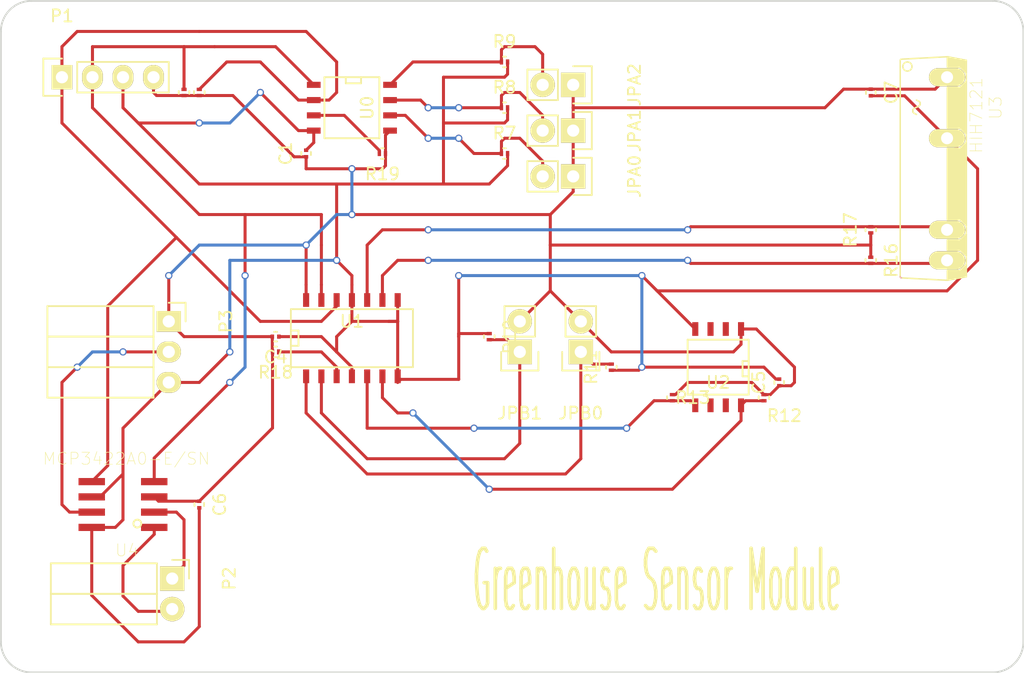
<source format=kicad_pcb>
(kicad_pcb (version 4) (host pcbnew 4.0.1-stable)

  (general
    (links 75)
    (no_connects 0)
    (area 166.294999 76.124999 251.535001 132.155001)
    (thickness 1.6)
    (drawings 9)
    (tracks 311)
    (zones 0)
    (modules 31)
    (nets 23)
  )

  (page A4)
  (layers
    (0 F.Cu signal)
    (31 B.Cu signal)
    (32 B.Adhes user)
    (33 F.Adhes user)
    (34 B.Paste user)
    (35 F.Paste user)
    (36 B.SilkS user)
    (37 F.SilkS user)
    (38 B.Mask user)
    (39 F.Mask user)
    (40 Dwgs.User user)
    (41 Cmts.User user)
    (42 Eco1.User user)
    (43 Eco2.User user)
    (44 Edge.Cuts user)
    (45 Margin user)
    (46 B.CrtYd user)
    (47 F.CrtYd user)
    (48 B.Fab user)
    (49 F.Fab user)
  )

  (setup
    (last_trace_width 0.25)
    (trace_clearance 0.2)
    (zone_clearance 0.508)
    (zone_45_only no)
    (trace_min 0.2)
    (segment_width 0.2)
    (edge_width 0.15)
    (via_size 0.6)
    (via_drill 0.4)
    (via_min_size 0.4)
    (via_min_drill 0.3)
    (uvia_size 0.3)
    (uvia_drill 0.1)
    (uvias_allowed no)
    (uvia_min_size 0.2)
    (uvia_min_drill 0.1)
    (pcb_text_width 0.3)
    (pcb_text_size 1.5 1.5)
    (mod_edge_width 0.15)
    (mod_text_size 1 1)
    (mod_text_width 0.15)
    (pad_size 1.524 1.524)
    (pad_drill 0.762)
    (pad_to_mask_clearance 0.2)
    (aux_axis_origin 0 0)
    (visible_elements FFFFF77F)
    (pcbplotparams
      (layerselection 0x00030_80000001)
      (usegerberextensions false)
      (excludeedgelayer true)
      (linewidth 0.100000)
      (plotframeref false)
      (viasonmask false)
      (mode 1)
      (useauxorigin false)
      (hpglpennumber 1)
      (hpglpenspeed 20)
      (hpglpendiameter 15)
      (hpglpenoverlay 2)
      (psnegative false)
      (psa4output false)
      (plotreference true)
      (plotvalue true)
      (plotinvisibletext false)
      (padsonsilk false)
      (subtractmaskfromsilk false)
      (outputformat 1)
      (mirror false)
      (drillshape 1)
      (scaleselection 1)
      (outputdirectory ""))
  )

  (net 0 "")
  (net 1 /VDD)
  (net 2 /GND)
  (net 3 /SCL)
  (net 4 "Net-(JPA0-Pad2)")
  (net 5 "Net-(JPA1-Pad2)")
  (net 6 "Net-(JPA2-Pad2)")
  (net 7 "Net-(JPB0-Pad1)")
  (net 8 "Net-(JPB1-Pad1)")
  (net 9 /SDA)
  (net 10 "Net-(P2-Pad1)")
  (net 11 "Net-(P2-Pad2)")
  (net 12 "Net-(P3-Pad2)")
  (net 13 "Net-(R12-Pad2)")
  (net 14 "Net-(R13-Pad2)")
  (net 15 "Net-(R16-Pad2)")
  (net 16 "Net-(R17-Pad2)")
  (net 17 "Net-(R19-Pad2)")
  (net 18 "Net-(U2-Pad7)")
  (net 19 "Net-(U2-Pad6)")
  (net 20 "Net-(U2-Pad3)")
  (net 21 "Net-(U2-Pad2)")
  (net 22 "Net-(R18-Pad1)")

  (net_class Default "This is the default net class."
    (clearance 0.2)
    (trace_width 0.25)
    (via_dia 0.6)
    (via_drill 0.4)
    (uvia_dia 0.3)
    (uvia_drill 0.1)
    (add_net /GND)
    (add_net /SCL)
    (add_net /SDA)
    (add_net /VDD)
    (add_net "Net-(JPA0-Pad2)")
    (add_net "Net-(JPA1-Pad2)")
    (add_net "Net-(JPA2-Pad2)")
    (add_net "Net-(JPB0-Pad1)")
    (add_net "Net-(JPB1-Pad1)")
    (add_net "Net-(P2-Pad1)")
    (add_net "Net-(P2-Pad2)")
    (add_net "Net-(P3-Pad2)")
    (add_net "Net-(R12-Pad2)")
    (add_net "Net-(R13-Pad2)")
    (add_net "Net-(R16-Pad2)")
    (add_net "Net-(R17-Pad2)")
    (add_net "Net-(R18-Pad1)")
    (add_net "Net-(R19-Pad2)")
    (add_net "Net-(U2-Pad2)")
    (add_net "Net-(U2-Pad3)")
    (add_net "Net-(U2-Pad6)")
    (add_net "Net-(U2-Pad7)")
  )

  (module SOIC-8:SOIC-8 (layer F.Cu) (tedit 56A41D49) (tstamp 56A41EB7)
    (at 176.53 118.11 180)
    (path /56A2F579)
    (solder_mask_margin 0.1)
    (attr smd)
    (fp_text reference U4 (at -0.3302 -3.81 180) (layer F.SilkS)
      (effects (font (size 1 1) (thickness 0.05)))
    )
    (fp_text value MCP3422A0-E/SN (at -0.2794 3.81 180) (layer F.SilkS)
      (effects (font (size 1 1) (thickness 0.05)))
    )
    (fp_line (start 1.9812 -2.4892) (end -1.9812 -2.4892) (layer Dwgs.User) (width 0.1524))
    (fp_line (start 1.9812 2.4892) (end 1.9812 -2.4892) (layer Dwgs.User) (width 0.1524))
    (fp_line (start -1.9812 2.4892) (end 1.9812 2.4892) (layer Dwgs.User) (width 0.1524))
    (fp_line (start -1.9812 -2.4892) (end -1.9812 2.4892) (layer Dwgs.User) (width 0.1524))
    (fp_arc (start -1.1938 -1.5875) (end -1.27 -1.27) (angle -180) (layer F.SilkS) (width 0.1524))
    (fp_arc (start -1.1938 -1.5875) (end -1.1176 -1.905) (angle -180) (layer F.SilkS) (width 0.1524))
    (pad 1 smd rect (at -2.6 -1.905 180) (size 2.2 0.6) (layers F.Cu F.Paste F.Mask)
      (net 11 "Net-(P2-Pad2)") (solder_mask_margin 0.2))
    (pad 2 smd rect (at -2.6 -0.635 180) (size 2.2 0.6) (layers F.Cu F.Paste F.Mask)
      (net 10 "Net-(P2-Pad1)") (solder_mask_margin 0.2))
    (pad 3 smd rect (at -2.6 0.635 180) (size 2.2 0.6) (layers F.Cu F.Paste F.Mask)
      (net 1 /VDD) (solder_mask_margin 0.2))
    (pad 4 smd rect (at -2.6 1.905 180) (size 2.2 0.6) (layers F.Cu F.Paste F.Mask)
      (net 9 /SDA) (solder_mask_margin 0.2))
    (pad 5 smd rect (at 2.6 1.905 180) (size 2.2 0.6) (layers F.Cu F.Paste F.Mask)
      (net 3 /SCL) (solder_mask_margin 0.2))
    (pad 6 smd rect (at 2.6 0.635 180) (size 2.2 0.6) (layers F.Cu F.Paste F.Mask)
      (net 2 /GND) (solder_mask_margin 0.2))
    (pad 7 smd rect (at 2.6 -0.635 180) (size 2.2 0.6) (layers F.Cu F.Paste F.Mask)
      (net 12 "Net-(P3-Pad2)") (solder_mask_margin 0.2))
    (pad 8 smd rect (at 2.6 -1.905 180) (size 2.2 0.6) (layers F.Cu F.Paste F.Mask)
      (net 2 /GND) (solder_mask_margin 0.2))
  )

  (module SIP4:SIP4 (layer F.Cu) (tedit 0) (tstamp 56A40286)
    (at 243.84 90.17 270)
    (descr "4-pin Power SIP")
    (path /56A2EF8A)
    (solder_mask_margin 0.1)
    (fp_text reference U3 (at -5.08 -5.305 270) (layer F.SilkS)
      (effects (font (size 1 1) (thickness 0.05)))
    )
    (fp_text value HIH7121 (at -4.445 -3.705 270) (layer F.SilkS)
      (effects (font (size 1 1) (thickness 0.05)))
    )
    (fp_line (start -9.02 2.63) (end 8.98 2.63) (layer F.SilkS) (width 0.127))
    (fp_line (start 8.98 -2.87) (end -8.92 -2.87) (layer F.SilkS) (width 0.127))
    (fp_line (start -8.92 -2.87) (end -9.02 -2.87) (layer F.SilkS) (width 0.127))
    (fp_arc (start -9.02 2.53) (end -9.12 2.53) (angle -90) (layer F.SilkS) (width 0.127))
    (fp_arc (start 8.98 2.53) (end 9.08 2.53) (angle 90) (layer B.SilkS) (width 0.127))
    (fp_line (start -9.12 2.53) (end -9.32 -1.27) (layer F.SilkS) (width 0.127))
    (fp_line (start 9.08 2.53) (end 9.28 -1.27) (layer F.SilkS) (width 0.127))
    (fp_line (start -9.32 -1.27) (end -9.02 -2.87) (layer F.SilkS) (width 0.127))
    (fp_line (start 9.28 -1.27) (end 8.98 -2.87) (layer F.SilkS) (width 0.127))
    (fp_line (start -5.72 1.276) (end -5.62 1.076) (layer F.SilkS) (width 0.127))
    (fp_line (start -5.62 1.076) (end -5.52 0.976) (layer F.SilkS) (width 0.127))
    (fp_line (start -5.52 0.976) (end -5.42 0.976) (layer F.SilkS) (width 0.127))
    (fp_line (start -5.42 0.976) (end -5.32 0.976) (layer F.SilkS) (width 0.127))
    (fp_line (start -5.32 0.976) (end -5.22 1.076) (layer F.SilkS) (width 0.127))
    (fp_line (start -5.22 1.076) (end -5.12 1.276) (layer F.SilkS) (width 0.127))
    (fp_line (start -4.52 1.276) (end -4.62 1.476) (layer F.SilkS) (width 0.127))
    (fp_line (start -4.62 1.476) (end -4.72 1.576) (layer F.SilkS) (width 0.127))
    (fp_line (start -4.72 1.576) (end -4.82 1.576) (layer F.SilkS) (width 0.127))
    (fp_line (start -4.82 1.576) (end -4.92 1.576) (layer F.SilkS) (width 0.127))
    (fp_line (start -4.92 1.576) (end -5.02 1.476) (layer F.SilkS) (width 0.127))
    (fp_line (start -5.02 1.476) (end -5.12 1.276) (layer F.SilkS) (width 0.127))
    (fp_circle (center -8.509 2.032) (end -8.128 2.032) (layer F.SilkS) (width 0.127))
    (fp_poly (pts (xy -9.3218 -1.2954) (xy -9.017 -2.8702) (xy -7.9502 -2.8702) (xy -8.4582 -2.3622)
      (xy -8.4582 -1.2954)) (layer F.SilkS) (width 0.127))
    (fp_poly (pts (xy -7.3152 -2.8702) (xy -2.8702 -2.8702) (xy -3.3782 -2.3622) (xy -3.3782 -1.2954)
      (xy -6.7818 -1.2954) (xy -6.7818 -2.3622) (xy -7.2898 -2.8702)) (layer F.SilkS) (width 0.127))
    (fp_poly (pts (xy -2.2352 -2.8702) (xy 4.7498 -2.8702) (xy 4.2418 -2.3622) (xy 4.2418 -1.2954)
      (xy -1.7018 -1.2954) (xy -1.7018 -2.3622) (xy -2.2098 -2.8702)) (layer F.SilkS) (width 0.127))
    (fp_poly (pts (xy 5.4102 -2.8702) (xy 5.9182 -2.3622) (xy 5.9182 -1.2954) (xy 6.7818 -1.2954)
      (xy 6.7818 -2.3622) (xy 7.2644 -2.8702)) (layer F.SilkS) (width 0.127))
    (fp_poly (pts (xy 7.9502 -2.8702) (xy 8.4582 -2.3622) (xy 8.4582 -1.2954) (xy 9.271 -1.2954)
      (xy 8.9662 -2.8702)) (layer F.SilkS) (width 0.127))
    (pad 1 thru_hole oval (at -7.62 -1.27) (size 3.016 1.508) (drill 1) (layers *.Cu *.Mask F.SilkS)
      (net 1 /VDD) (solder_mask_margin 0.2))
    (pad 2 thru_hole oval (at -2.54 -1.27) (size 3.016 1.508) (drill 1) (layers *.Cu *.Mask F.SilkS)
      (net 2 /GND) (solder_mask_margin 0.2))
    (pad 3 thru_hole oval (at 5.08 -1.27) (size 3.016 1.508) (drill 1) (layers *.Cu *.Mask F.SilkS)
      (net 16 "Net-(R17-Pad2)") (solder_mask_margin 0.2))
    (pad 4 thru_hole oval (at 7.62 -1.27) (size 3.016 1.508) (drill 1) (layers *.Cu *.Mask F.SilkS)
      (net 15 "Net-(R16-Pad2)") (solder_mask_margin 0.2))
  )

  (module Pin_Headers:Pin_Header_Straight_1x02 (layer F.Cu) (tedit 56A44103) (tstamp 56A401E5)
    (at 214.63 105.41 180)
    (descr "Through hole pin header")
    (tags "pin header")
    (path /56A3476D)
    (fp_text reference JPB0 (at 0 -5.1 180) (layer F.SilkS)
      (effects (font (size 1 1) (thickness 0.15)))
    )
    (fp_text value Jumper_NC_Small (at 0 -3.1 180) (layer F.Fab) hide
      (effects (font (size 1 1) (thickness 0.15)))
    )
    (fp_line (start 1.27 1.27) (end 1.27 3.81) (layer F.SilkS) (width 0.15))
    (fp_line (start 1.55 -1.55) (end 1.55 0) (layer F.SilkS) (width 0.15))
    (fp_line (start -1.75 -1.75) (end -1.75 4.3) (layer F.CrtYd) (width 0.05))
    (fp_line (start 1.75 -1.75) (end 1.75 4.3) (layer F.CrtYd) (width 0.05))
    (fp_line (start -1.75 -1.75) (end 1.75 -1.75) (layer F.CrtYd) (width 0.05))
    (fp_line (start -1.75 4.3) (end 1.75 4.3) (layer F.CrtYd) (width 0.05))
    (fp_line (start 1.27 1.27) (end -1.27 1.27) (layer F.SilkS) (width 0.15))
    (fp_line (start -1.55 0) (end -1.55 -1.55) (layer F.SilkS) (width 0.15))
    (fp_line (start -1.55 -1.55) (end 1.55 -1.55) (layer F.SilkS) (width 0.15))
    (fp_line (start -1.27 1.27) (end -1.27 3.81) (layer F.SilkS) (width 0.15))
    (fp_line (start -1.27 3.81) (end 1.27 3.81) (layer F.SilkS) (width 0.15))
    (pad 1 thru_hole rect (at 0 0 180) (size 2.032 2.032) (drill 1.016) (layers *.Cu *.Mask F.SilkS)
      (net 7 "Net-(JPB0-Pad1)"))
    (pad 2 thru_hole oval (at 0 2.54 180) (size 2.032 2.032) (drill 1.016) (layers *.Cu *.Mask F.SilkS)
      (net 1 /VDD))
    (model Pin_Headers.3dshapes/Pin_Header_Straight_1x02.wrl
      (at (xyz 0 -0.05 0))
      (scale (xyz 1 1 1))
      (rotate (xyz 0 0 90))
    )
  )

  (module SMD_Packages:SOIC-14_N (layer F.Cu) (tedit 0) (tstamp 56A40272)
    (at 195.58 104.14)
    (descr "Module CMS SOJ 14 pins Large")
    (tags "CMS SOJ")
    (path /56A2F2CE)
    (attr smd)
    (fp_text reference U1 (at 0 -1.27) (layer F.SilkS)
      (effects (font (size 1 1) (thickness 0.15)))
    )
    (fp_text value TCA9543ADR (at 0 1.27) (layer F.Fab)
      (effects (font (size 1 1) (thickness 0.15)))
    )
    (fp_line (start 5.08 -2.286) (end 5.08 2.54) (layer F.SilkS) (width 0.15))
    (fp_line (start 5.08 2.54) (end -5.08 2.54) (layer F.SilkS) (width 0.15))
    (fp_line (start -5.08 2.54) (end -5.08 -2.286) (layer F.SilkS) (width 0.15))
    (fp_line (start -5.08 -2.286) (end 5.08 -2.286) (layer F.SilkS) (width 0.15))
    (fp_line (start -5.08 -0.508) (end -4.445 -0.508) (layer F.SilkS) (width 0.15))
    (fp_line (start -4.445 -0.508) (end -4.445 0.762) (layer F.SilkS) (width 0.15))
    (fp_line (start -4.445 0.762) (end -5.08 0.762) (layer F.SilkS) (width 0.15))
    (pad 1 smd rect (at -3.81 3.302) (size 0.508 1.143) (layers F.Cu F.Paste F.Mask)
      (net 7 "Net-(JPB0-Pad1)"))
    (pad 2 smd rect (at -2.54 3.302) (size 0.508 1.143) (layers F.Cu F.Paste F.Mask)
      (net 8 "Net-(JPB1-Pad1)"))
    (pad 3 smd rect (at -1.27 3.302) (size 0.508 1.143) (layers F.Cu F.Paste F.Mask)
      (net 22 "Net-(R18-Pad1)"))
    (pad 4 smd rect (at 0 3.302) (size 0.508 1.143) (layers F.Cu F.Paste F.Mask)
      (net 2 /GND))
    (pad 5 smd rect (at 1.27 3.302) (size 0.508 1.143) (layers F.Cu F.Paste F.Mask)
      (net 14 "Net-(R13-Pad2)"))
    (pad 6 smd rect (at 2.54 3.302) (size 0.508 1.143) (layers F.Cu F.Paste F.Mask)
      (net 13 "Net-(R12-Pad2)"))
    (pad 7 smd rect (at 3.81 3.302) (size 0.508 1.143) (layers F.Cu F.Paste F.Mask)
      (net 2 /GND))
    (pad 8 smd rect (at 3.81 -3.048) (size 0.508 1.143) (layers F.Cu F.Paste F.Mask)
      (net 2 /GND))
    (pad 9 smd rect (at 2.54 -3.048) (size 0.508 1.143) (layers F.Cu F.Paste F.Mask)
      (net 15 "Net-(R16-Pad2)"))
    (pad 11 smd rect (at 0 -3.048) (size 0.508 1.143) (layers F.Cu F.Paste F.Mask)
      (net 2 /GND))
    (pad 12 smd rect (at -1.27 -3.048) (size 0.508 1.143) (layers F.Cu F.Paste F.Mask)
      (net 3 /SCL))
    (pad 13 smd rect (at -2.54 -3.048) (size 0.508 1.143) (layers F.Cu F.Paste F.Mask)
      (net 9 /SDA))
    (pad 14 smd rect (at -3.81 -3.048) (size 0.508 1.143) (layers F.Cu F.Paste F.Mask)
      (net 1 /VDD))
    (pad 10 smd rect (at 1.27 -3.048) (size 0.508 1.143) (layers F.Cu F.Paste F.Mask)
      (net 16 "Net-(R17-Pad2)"))
    (model SMD_Packages.3dshapes/SOIC-14_N.wrl
      (at (xyz 0 0 0))
      (scale (xyz 0.5 0.4 0.5))
      (rotate (xyz 0 0 0))
    )
  )

  (module Capacitors_SMD:C_0201 (layer F.Cu) (tedit 56A42E34) (tstamp 56A401AF)
    (at 191.77 88.9 90)
    (descr "Capacitor SMD 0201, reflow soldering, AVX (see smccp.pdf)")
    (tags "capacitor 0201")
    (path /56A07773)
    (attr smd)
    (fp_text reference C1 (at 0 -1.7 90) (layer F.SilkS)
      (effects (font (size 1 1) (thickness 0.15)))
    )
    (fp_text value 100nF (at 0 1.7 90) (layer F.Fab) hide
      (effects (font (size 1 1) (thickness 0.15)))
    )
    (fp_line (start -0.7 -0.55) (end 0.7 -0.55) (layer F.CrtYd) (width 0.05))
    (fp_line (start -0.7 0.55) (end 0.7 0.55) (layer F.CrtYd) (width 0.05))
    (fp_line (start -0.7 -0.55) (end -0.7 0.55) (layer F.CrtYd) (width 0.05))
    (fp_line (start 0.7 -0.55) (end 0.7 0.55) (layer F.CrtYd) (width 0.05))
    (fp_line (start 0.125 0.4) (end -0.125 0.4) (layer F.SilkS) (width 0.15))
    (fp_line (start -0.125 -0.4) (end 0.125 -0.4) (layer F.SilkS) (width 0.15))
    (pad 1 smd rect (at -0.275 0 90) (size 0.3 0.35) (layers F.Cu F.Paste F.Mask)
      (net 1 /VDD))
    (pad 2 smd rect (at 0.275 0 90) (size 0.3 0.35) (layers F.Cu F.Paste F.Mask)
      (net 2 /GND))
    (model Capacitors_SMD.3dshapes/C_0201.wrl
      (at (xyz 0 0 0))
      (scale (xyz 1 1 1))
      (rotate (xyz 0 0 0))
    )
  )

  (module Capacitors_SMD:C_0201 (layer F.Cu) (tedit 56A43676) (tstamp 56A401B5)
    (at 189.23 104.14 180)
    (descr "Capacitor SMD 0201, reflow soldering, AVX (see smccp.pdf)")
    (tags "capacitor 0201")
    (path /56A3C63D)
    (attr smd)
    (fp_text reference C4 (at 0 -1.7 180) (layer F.SilkS)
      (effects (font (size 1 1) (thickness 0.15)))
    )
    (fp_text value 100nF (at 0 1.7 180) (layer F.Fab) hide
      (effects (font (size 1 1) (thickness 0.15)))
    )
    (fp_line (start -0.7 -0.55) (end 0.7 -0.55) (layer F.CrtYd) (width 0.05))
    (fp_line (start -0.7 0.55) (end 0.7 0.55) (layer F.CrtYd) (width 0.05))
    (fp_line (start -0.7 -0.55) (end -0.7 0.55) (layer F.CrtYd) (width 0.05))
    (fp_line (start 0.7 -0.55) (end 0.7 0.55) (layer F.CrtYd) (width 0.05))
    (fp_line (start 0.125 0.4) (end -0.125 0.4) (layer F.SilkS) (width 0.15))
    (fp_line (start -0.125 -0.4) (end 0.125 -0.4) (layer F.SilkS) (width 0.15))
    (pad 1 smd rect (at -0.275 0 180) (size 0.3 0.35) (layers F.Cu F.Paste F.Mask)
      (net 2 /GND))
    (pad 2 smd rect (at 0.275 0 180) (size 0.3 0.35) (layers F.Cu F.Paste F.Mask)
      (net 1 /VDD))
    (model Capacitors_SMD.3dshapes/C_0201.wrl
      (at (xyz 0 0 0))
      (scale (xyz 1 1 1))
      (rotate (xyz 0 0 0))
    )
  )

  (module Capacitors_SMD:C_0201 (layer F.Cu) (tedit 5415D524) (tstamp 56A401BB)
    (at 231.14 107.95 90)
    (descr "Capacitor SMD 0201, reflow soldering, AVX (see smccp.pdf)")
    (tags "capacitor 0201")
    (path /56A39262)
    (attr smd)
    (fp_text reference C5 (at 0 -1.7 90) (layer F.SilkS)
      (effects (font (size 1 1) (thickness 0.15)))
    )
    (fp_text value 100nF (at 0 1.7 90) (layer F.Fab)
      (effects (font (size 1 1) (thickness 0.15)))
    )
    (fp_line (start -0.7 -0.55) (end 0.7 -0.55) (layer F.CrtYd) (width 0.05))
    (fp_line (start -0.7 0.55) (end 0.7 0.55) (layer F.CrtYd) (width 0.05))
    (fp_line (start -0.7 -0.55) (end -0.7 0.55) (layer F.CrtYd) (width 0.05))
    (fp_line (start 0.7 -0.55) (end 0.7 0.55) (layer F.CrtYd) (width 0.05))
    (fp_line (start 0.125 0.4) (end -0.125 0.4) (layer F.SilkS) (width 0.15))
    (fp_line (start -0.125 -0.4) (end 0.125 -0.4) (layer F.SilkS) (width 0.15))
    (pad 1 smd rect (at -0.275 0 90) (size 0.3 0.35) (layers F.Cu F.Paste F.Mask)
      (net 1 /VDD))
    (pad 2 smd rect (at 0.275 0 90) (size 0.3 0.35) (layers F.Cu F.Paste F.Mask)
      (net 2 /GND))
    (model Capacitors_SMD.3dshapes/C_0201.wrl
      (at (xyz 0 0 0))
      (scale (xyz 1 1 1))
      (rotate (xyz 0 0 0))
    )
  )

  (module Capacitors_SMD:C_0201 (layer F.Cu) (tedit 5415D524) (tstamp 56A401C1)
    (at 182.88 118.11 270)
    (descr "Capacitor SMD 0201, reflow soldering, AVX (see smccp.pdf)")
    (tags "capacitor 0201")
    (path /56A47991)
    (attr smd)
    (fp_text reference C6 (at 0 -1.7 270) (layer F.SilkS)
      (effects (font (size 1 1) (thickness 0.15)))
    )
    (fp_text value 100nF (at 0 1.7 270) (layer F.Fab)
      (effects (font (size 1 1) (thickness 0.15)))
    )
    (fp_line (start -0.7 -0.55) (end 0.7 -0.55) (layer F.CrtYd) (width 0.05))
    (fp_line (start -0.7 0.55) (end 0.7 0.55) (layer F.CrtYd) (width 0.05))
    (fp_line (start -0.7 -0.55) (end -0.7 0.55) (layer F.CrtYd) (width 0.05))
    (fp_line (start 0.7 -0.55) (end 0.7 0.55) (layer F.CrtYd) (width 0.05))
    (fp_line (start 0.125 0.4) (end -0.125 0.4) (layer F.SilkS) (width 0.15))
    (fp_line (start -0.125 -0.4) (end 0.125 -0.4) (layer F.SilkS) (width 0.15))
    (pad 1 smd rect (at -0.275 0 270) (size 0.3 0.35) (layers F.Cu F.Paste F.Mask)
      (net 1 /VDD))
    (pad 2 smd rect (at 0.275 0 270) (size 0.3 0.35) (layers F.Cu F.Paste F.Mask)
      (net 2 /GND))
    (model Capacitors_SMD.3dshapes/C_0201.wrl
      (at (xyz 0 0 0))
      (scale (xyz 1 1 1))
      (rotate (xyz 0 0 0))
    )
  )

  (module Capacitors_SMD:C_0201 (layer F.Cu) (tedit 5415D524) (tstamp 56A401C7)
    (at 238.76 83.82 270)
    (descr "Capacitor SMD 0201, reflow soldering, AVX (see smccp.pdf)")
    (tags "capacitor 0201")
    (path /56A07D1A)
    (attr smd)
    (fp_text reference C7 (at 0 -1.7 270) (layer F.SilkS)
      (effects (font (size 1 1) (thickness 0.15)))
    )
    (fp_text value 100nF (at 0 1.7 270) (layer F.Fab)
      (effects (font (size 1 1) (thickness 0.15)))
    )
    (fp_line (start -0.7 -0.55) (end 0.7 -0.55) (layer F.CrtYd) (width 0.05))
    (fp_line (start -0.7 0.55) (end 0.7 0.55) (layer F.CrtYd) (width 0.05))
    (fp_line (start -0.7 -0.55) (end -0.7 0.55) (layer F.CrtYd) (width 0.05))
    (fp_line (start 0.7 -0.55) (end 0.7 0.55) (layer F.CrtYd) (width 0.05))
    (fp_line (start 0.125 0.4) (end -0.125 0.4) (layer F.SilkS) (width 0.15))
    (fp_line (start -0.125 -0.4) (end 0.125 -0.4) (layer F.SilkS) (width 0.15))
    (pad 1 smd rect (at -0.275 0 270) (size 0.3 0.35) (layers F.Cu F.Paste F.Mask)
      (net 1 /VDD))
    (pad 2 smd rect (at 0.275 0 270) (size 0.3 0.35) (layers F.Cu F.Paste F.Mask)
      (net 2 /GND))
    (model Capacitors_SMD.3dshapes/C_0201.wrl
      (at (xyz 0 0 0))
      (scale (xyz 1 1 1))
      (rotate (xyz 0 0 0))
    )
  )

  (module Pin_Headers:Pin_Header_Straight_1x02 (layer F.Cu) (tedit 56A40EEE) (tstamp 56A401CD)
    (at 213.995 90.805 270)
    (descr "Through hole pin header")
    (tags "pin header")
    (path /56A32AAD)
    (fp_text reference JPA0 (at 0 -5.1 270) (layer F.SilkS)
      (effects (font (size 1 1) (thickness 0.15)))
    )
    (fp_text value JUMPER (at 0 -3.1 270) (layer F.Fab) hide
      (effects (font (size 1 1) (thickness 0.15)))
    )
    (fp_line (start 1.27 1.27) (end 1.27 3.81) (layer F.SilkS) (width 0.15))
    (fp_line (start 1.55 -1.55) (end 1.55 0) (layer F.SilkS) (width 0.15))
    (fp_line (start -1.75 -1.75) (end -1.75 4.3) (layer F.CrtYd) (width 0.05))
    (fp_line (start 1.75 -1.75) (end 1.75 4.3) (layer F.CrtYd) (width 0.05))
    (fp_line (start -1.75 -1.75) (end 1.75 -1.75) (layer F.CrtYd) (width 0.05))
    (fp_line (start -1.75 4.3) (end 1.75 4.3) (layer F.CrtYd) (width 0.05))
    (fp_line (start 1.27 1.27) (end -1.27 1.27) (layer F.SilkS) (width 0.15))
    (fp_line (start -1.55 0) (end -1.55 -1.55) (layer F.SilkS) (width 0.15))
    (fp_line (start -1.55 -1.55) (end 1.55 -1.55) (layer F.SilkS) (width 0.15))
    (fp_line (start -1.27 1.27) (end -1.27 3.81) (layer F.SilkS) (width 0.15))
    (fp_line (start -1.27 3.81) (end 1.27 3.81) (layer F.SilkS) (width 0.15))
    (pad 1 thru_hole rect (at 0 0 270) (size 2.032 2.032) (drill 1.016) (layers *.Cu *.Mask F.SilkS)
      (net 1 /VDD))
    (pad 2 thru_hole oval (at 0 2.54 270) (size 2.032 2.032) (drill 1.016) (layers *.Cu *.Mask F.SilkS)
      (net 4 "Net-(JPA0-Pad2)"))
    (model Pin_Headers.3dshapes/Pin_Header_Straight_1x02.wrl
      (at (xyz 0 -0.05 0))
      (scale (xyz 1 1 1))
      (rotate (xyz 0 0 90))
    )
  )

  (module Pin_Headers:Pin_Header_Straight_1x02 (layer F.Cu) (tedit 56A40ECA) (tstamp 56A401D3)
    (at 213.995 86.995 270)
    (descr "Through hole pin header")
    (tags "pin header")
    (path /56A329E2)
    (fp_text reference JPA1 (at 0 -5.1 270) (layer F.SilkS)
      (effects (font (size 1 1) (thickness 0.15)))
    )
    (fp_text value JUMPER (at 0 -3.1 270) (layer F.Fab)
      (effects (font (size 1 1) (thickness 0.15)))
    )
    (fp_line (start 1.27 1.27) (end 1.27 3.81) (layer F.SilkS) (width 0.15))
    (fp_line (start 1.55 -1.55) (end 1.55 0) (layer F.SilkS) (width 0.15))
    (fp_line (start -1.75 -1.75) (end -1.75 4.3) (layer F.CrtYd) (width 0.05))
    (fp_line (start 1.75 -1.75) (end 1.75 4.3) (layer F.CrtYd) (width 0.05))
    (fp_line (start -1.75 -1.75) (end 1.75 -1.75) (layer F.CrtYd) (width 0.05))
    (fp_line (start -1.75 4.3) (end 1.75 4.3) (layer F.CrtYd) (width 0.05))
    (fp_line (start 1.27 1.27) (end -1.27 1.27) (layer F.SilkS) (width 0.15))
    (fp_line (start -1.55 0) (end -1.55 -1.55) (layer F.SilkS) (width 0.15))
    (fp_line (start -1.55 -1.55) (end 1.55 -1.55) (layer F.SilkS) (width 0.15))
    (fp_line (start -1.27 1.27) (end -1.27 3.81) (layer F.SilkS) (width 0.15))
    (fp_line (start -1.27 3.81) (end 1.27 3.81) (layer F.SilkS) (width 0.15))
    (pad 1 thru_hole rect (at 0 0 270) (size 2.032 2.032) (drill 1.016) (layers *.Cu *.Mask F.SilkS)
      (net 1 /VDD))
    (pad 2 thru_hole oval (at 0 2.54 270) (size 2.032 2.032) (drill 1.016) (layers *.Cu *.Mask F.SilkS)
      (net 5 "Net-(JPA1-Pad2)"))
    (model Pin_Headers.3dshapes/Pin_Header_Straight_1x02.wrl
      (at (xyz 0 -0.05 0))
      (scale (xyz 1 1 1))
      (rotate (xyz 0 0 90))
    )
  )

  (module Pin_Headers:Pin_Header_Straight_1x02 (layer F.Cu) (tedit 56A40ED9) (tstamp 56A401D9)
    (at 213.995 83.185 270)
    (descr "Through hole pin header")
    (tags "pin header")
    (path /56A32949)
    (fp_text reference JPA2 (at 0 -5.1 270) (layer F.SilkS)
      (effects (font (size 1 1) (thickness 0.15)))
    )
    (fp_text value JUMPER (at 0 -3.1 270) (layer F.Fab) hide
      (effects (font (size 1 1) (thickness 0.15)))
    )
    (fp_line (start 1.27 1.27) (end 1.27 3.81) (layer F.SilkS) (width 0.15))
    (fp_line (start 1.55 -1.55) (end 1.55 0) (layer F.SilkS) (width 0.15))
    (fp_line (start -1.75 -1.75) (end -1.75 4.3) (layer F.CrtYd) (width 0.05))
    (fp_line (start 1.75 -1.75) (end 1.75 4.3) (layer F.CrtYd) (width 0.05))
    (fp_line (start -1.75 -1.75) (end 1.75 -1.75) (layer F.CrtYd) (width 0.05))
    (fp_line (start -1.75 4.3) (end 1.75 4.3) (layer F.CrtYd) (width 0.05))
    (fp_line (start 1.27 1.27) (end -1.27 1.27) (layer F.SilkS) (width 0.15))
    (fp_line (start -1.55 0) (end -1.55 -1.55) (layer F.SilkS) (width 0.15))
    (fp_line (start -1.55 -1.55) (end 1.55 -1.55) (layer F.SilkS) (width 0.15))
    (fp_line (start -1.27 1.27) (end -1.27 3.81) (layer F.SilkS) (width 0.15))
    (fp_line (start -1.27 3.81) (end 1.27 3.81) (layer F.SilkS) (width 0.15))
    (pad 1 thru_hole rect (at 0 0 270) (size 2.032 2.032) (drill 1.016) (layers *.Cu *.Mask F.SilkS)
      (net 1 /VDD))
    (pad 2 thru_hole oval (at 0 2.54 270) (size 2.032 2.032) (drill 1.016) (layers *.Cu *.Mask F.SilkS)
      (net 6 "Net-(JPA2-Pad2)"))
    (model Pin_Headers.3dshapes/Pin_Header_Straight_1x02.wrl
      (at (xyz 0 -0.05 0))
      (scale (xyz 1 1 1))
      (rotate (xyz 0 0 90))
    )
  )

  (module Pin_Headers:Pin_Header_Straight_1x02 (layer F.Cu) (tedit 56A440F3) (tstamp 56A401DF)
    (at 209.55 105.41 180)
    (descr "Through hole pin header")
    (tags "pin header")
    (path /56A34813)
    (fp_text reference JPB1 (at 0 -5.1 180) (layer F.SilkS)
      (effects (font (size 1 1) (thickness 0.15)))
    )
    (fp_text value Jumper_NC_Small (at 0 -3.1 180) (layer F.Fab) hide
      (effects (font (size 1 1) (thickness 0.15)))
    )
    (fp_line (start 1.27 1.27) (end 1.27 3.81) (layer F.SilkS) (width 0.15))
    (fp_line (start 1.55 -1.55) (end 1.55 0) (layer F.SilkS) (width 0.15))
    (fp_line (start -1.75 -1.75) (end -1.75 4.3) (layer F.CrtYd) (width 0.05))
    (fp_line (start 1.75 -1.75) (end 1.75 4.3) (layer F.CrtYd) (width 0.05))
    (fp_line (start -1.75 -1.75) (end 1.75 -1.75) (layer F.CrtYd) (width 0.05))
    (fp_line (start -1.75 4.3) (end 1.75 4.3) (layer F.CrtYd) (width 0.05))
    (fp_line (start 1.27 1.27) (end -1.27 1.27) (layer F.SilkS) (width 0.15))
    (fp_line (start -1.55 0) (end -1.55 -1.55) (layer F.SilkS) (width 0.15))
    (fp_line (start -1.55 -1.55) (end 1.55 -1.55) (layer F.SilkS) (width 0.15))
    (fp_line (start -1.27 1.27) (end -1.27 3.81) (layer F.SilkS) (width 0.15))
    (fp_line (start -1.27 3.81) (end 1.27 3.81) (layer F.SilkS) (width 0.15))
    (pad 1 thru_hole rect (at 0 0 180) (size 2.032 2.032) (drill 1.016) (layers *.Cu *.Mask F.SilkS)
      (net 8 "Net-(JPB1-Pad1)"))
    (pad 2 thru_hole oval (at 0 2.54 180) (size 2.032 2.032) (drill 1.016) (layers *.Cu *.Mask F.SilkS)
      (net 1 /VDD))
    (model Pin_Headers.3dshapes/Pin_Header_Straight_1x02.wrl
      (at (xyz 0 -0.05 0))
      (scale (xyz 1 1 1))
      (rotate (xyz 0 0 90))
    )
  )

  (module Socket_Strips:Socket_Strip_Angled_1x02 (layer F.Cu) (tedit 0) (tstamp 56A401F3)
    (at 180.625 124.273572 270)
    (descr "Through hole socket strip")
    (tags "socket strip")
    (path /56A56606)
    (fp_text reference P2 (at 0 -4.75 270) (layer F.SilkS)
      (effects (font (size 1 1) (thickness 0.15)))
    )
    (fp_text value PH_Sensor (at 0 -2.75 270) (layer F.Fab)
      (effects (font (size 1 1) (thickness 0.15)))
    )
    (fp_line (start -1.75 -1.5) (end -1.75 10.6) (layer F.CrtYd) (width 0.05))
    (fp_line (start 4.3 -1.5) (end 4.3 10.6) (layer F.CrtYd) (width 0.05))
    (fp_line (start -1.75 -1.5) (end 4.3 -1.5) (layer F.CrtYd) (width 0.05))
    (fp_line (start -1.75 10.6) (end 4.3 10.6) (layer F.CrtYd) (width 0.05))
    (fp_line (start 3.81 10.1) (end 3.81 1.27) (layer F.SilkS) (width 0.15))
    (fp_line (start 1.27 10.1) (end 3.81 10.1) (layer F.SilkS) (width 0.15))
    (fp_line (start 1.27 1.27) (end 1.27 10.1) (layer F.SilkS) (width 0.15))
    (fp_line (start 1.27 1.27) (end 3.81 1.27) (layer F.SilkS) (width 0.15))
    (fp_line (start -1.27 1.27) (end 1.27 1.27) (layer F.SilkS) (width 0.15))
    (fp_line (start 0 -1.4) (end -1.55 -1.4) (layer F.SilkS) (width 0.15))
    (fp_line (start -1.55 -1.4) (end -1.55 0) (layer F.SilkS) (width 0.15))
    (fp_line (start -1.27 1.27) (end -1.27 10.1) (layer F.SilkS) (width 0.15))
    (fp_line (start -1.27 10.1) (end 1.27 10.1) (layer F.SilkS) (width 0.15))
    (fp_line (start 1.27 10.1) (end 1.27 1.27) (layer F.SilkS) (width 0.15))
    (pad 1 thru_hole rect (at 0 0 270) (size 2.032 2.032) (drill 1.016) (layers *.Cu *.Mask F.SilkS)
      (net 10 "Net-(P2-Pad1)"))
    (pad 2 thru_hole oval (at 2.54 0 270) (size 2.032 2.032) (drill 1.016) (layers *.Cu *.Mask F.SilkS)
      (net 11 "Net-(P2-Pad2)"))
    (model Socket_Strips.3dshapes/Socket_Strip_Angled_1x02.wrl
      (at (xyz 0.05 0 0))
      (scale (xyz 1 1 1))
      (rotate (xyz 0 0 180))
    )
  )

  (module Socket_Strips:Socket_Strip_Angled_1x03 (layer F.Cu) (tedit 0) (tstamp 56A401FA)
    (at 180.34 102.87 270)
    (descr "Through hole socket strip")
    (tags "socket strip")
    (path /56A56595)
    (fp_text reference P3 (at 0 -4.75 270) (layer F.SilkS)
      (effects (font (size 1 1) (thickness 0.15)))
    )
    (fp_text value Moisture_Sensor (at 0 -2.75 270) (layer F.Fab)
      (effects (font (size 1 1) (thickness 0.15)))
    )
    (fp_line (start -1.75 -1.5) (end -1.75 10.6) (layer F.CrtYd) (width 0.05))
    (fp_line (start 6.85 -1.5) (end 6.85 10.6) (layer F.CrtYd) (width 0.05))
    (fp_line (start -1.75 -1.5) (end 6.85 -1.5) (layer F.CrtYd) (width 0.05))
    (fp_line (start -1.75 10.6) (end 6.85 10.6) (layer F.CrtYd) (width 0.05))
    (fp_line (start 3.81 1.27) (end 6.35 1.27) (layer F.SilkS) (width 0.15))
    (fp_line (start 3.81 10.1) (end 6.35 10.1) (layer F.SilkS) (width 0.15))
    (fp_line (start 6.35 10.1) (end 6.35 1.27) (layer F.SilkS) (width 0.15))
    (fp_line (start 3.81 10.1) (end 3.81 1.27) (layer F.SilkS) (width 0.15))
    (fp_line (start 1.27 10.1) (end 3.81 10.1) (layer F.SilkS) (width 0.15))
    (fp_line (start 1.27 1.27) (end 1.27 10.1) (layer F.SilkS) (width 0.15))
    (fp_line (start 1.27 1.27) (end 3.81 1.27) (layer F.SilkS) (width 0.15))
    (fp_line (start -1.27 1.27) (end 1.27 1.27) (layer F.SilkS) (width 0.15))
    (fp_line (start 0 -1.4) (end -1.55 -1.4) (layer F.SilkS) (width 0.15))
    (fp_line (start -1.55 -1.4) (end -1.55 0) (layer F.SilkS) (width 0.15))
    (fp_line (start -1.27 1.27) (end -1.27 10.1) (layer F.SilkS) (width 0.15))
    (fp_line (start -1.27 10.1) (end 1.27 10.1) (layer F.SilkS) (width 0.15))
    (fp_line (start 1.27 10.1) (end 1.27 1.27) (layer F.SilkS) (width 0.15))
    (pad 1 thru_hole rect (at 0 0 270) (size 1.7272 2.032) (drill 1.016) (layers *.Cu *.Mask F.SilkS)
      (net 1 /VDD))
    (pad 2 thru_hole oval (at 2.54 0 270) (size 1.7272 2.032) (drill 1.016) (layers *.Cu *.Mask F.SilkS)
      (net 12 "Net-(P3-Pad2)"))
    (pad 3 thru_hole oval (at 5.08 0 270) (size 1.7272 2.032) (drill 1.016) (layers *.Cu *.Mask F.SilkS)
      (net 2 /GND))
    (model Socket_Strips.3dshapes/Socket_Strip_Angled_1x03.wrl
      (at (xyz 0.1 0 0))
      (scale (xyz 1 1 1))
      (rotate (xyz 0 0 180))
    )
  )

  (module Resistors_SMD:R_0201 (layer F.Cu) (tedit 56A42DC8) (tstamp 56A40200)
    (at 181.61 83.82 90)
    (descr "Resistor SMD 0201, reflow soldering, Vishay (see crcw0201e3.pdf)")
    (tags "resistor 0201")
    (path /56A062C5)
    (attr smd)
    (fp_text reference R1 (at 0 -1.7 90) (layer F.SilkS) hide
      (effects (font (size 1 1) (thickness 0.15)))
    )
    (fp_text value 3.6k (at 0 1.7 90) (layer F.Fab) hide
      (effects (font (size 1 1) (thickness 0.15)))
    )
    (fp_line (start -0.65 -0.55) (end 0.65 -0.55) (layer F.CrtYd) (width 0.05))
    (fp_line (start -0.65 0.55) (end 0.65 0.55) (layer F.CrtYd) (width 0.05))
    (fp_line (start -0.65 -0.55) (end -0.65 0.55) (layer F.CrtYd) (width 0.05))
    (fp_line (start 0.65 -0.55) (end 0.65 0.55) (layer F.CrtYd) (width 0.05))
    (fp_line (start 0.115 -0.44) (end -0.115 -0.44) (layer F.SilkS) (width 0.15))
    (fp_line (start -0.115 0.44) (end 0.115 0.44) (layer F.SilkS) (width 0.15))
    (pad 1 smd rect (at -0.255 0 90) (size 0.28 0.43) (layers F.Cu F.Paste F.Mask)
      (net 1 /VDD))
    (pad 2 smd rect (at 0.255 0 90) (size 0.28 0.43) (layers F.Cu F.Paste F.Mask)
      (net 9 /SDA))
    (model Resistors_SMD.3dshapes/R_0201.wrl
      (at (xyz 0 0 0))
      (scale (xyz 1 1 1))
      (rotate (xyz 0 0 0))
    )
  )

  (module Resistors_SMD:R_0201 (layer F.Cu) (tedit 56A42DBE) (tstamp 56A40206)
    (at 182.88 83.82 270)
    (descr "Resistor SMD 0201, reflow soldering, Vishay (see crcw0201e3.pdf)")
    (tags "resistor 0201")
    (path /56A06328)
    (attr smd)
    (fp_text reference R2 (at 0 -1.7 270) (layer F.SilkS) hide
      (effects (font (size 1 1) (thickness 0.15)))
    )
    (fp_text value 3.6k (at 0 1.7 270) (layer F.Fab) hide
      (effects (font (size 1 1) (thickness 0.15)))
    )
    (fp_line (start -0.65 -0.55) (end 0.65 -0.55) (layer F.CrtYd) (width 0.05))
    (fp_line (start -0.65 0.55) (end 0.65 0.55) (layer F.CrtYd) (width 0.05))
    (fp_line (start -0.65 -0.55) (end -0.65 0.55) (layer F.CrtYd) (width 0.05))
    (fp_line (start 0.65 -0.55) (end 0.65 0.55) (layer F.CrtYd) (width 0.05))
    (fp_line (start 0.115 -0.44) (end -0.115 -0.44) (layer F.SilkS) (width 0.15))
    (fp_line (start -0.115 0.44) (end 0.115 0.44) (layer F.SilkS) (width 0.15))
    (pad 1 smd rect (at -0.255 0 270) (size 0.28 0.43) (layers F.Cu F.Paste F.Mask)
      (net 3 /SCL))
    (pad 2 smd rect (at 0.255 0 270) (size 0.28 0.43) (layers F.Cu F.Paste F.Mask)
      (net 1 /VDD))
    (model Resistors_SMD.3dshapes/R_0201.wrl
      (at (xyz 0 0 0))
      (scale (xyz 1 1 1))
      (rotate (xyz 0 0 0))
    )
  )

  (module Resistors_SMD:R_0201 (layer F.Cu) (tedit 5415CC07) (tstamp 56A4020C)
    (at 208.28 88.9)
    (descr "Resistor SMD 0201, reflow soldering, Vishay (see crcw0201e3.pdf)")
    (tags "resistor 0201")
    (path /56A3312F)
    (attr smd)
    (fp_text reference R7 (at 0 -1.7) (layer F.SilkS)
      (effects (font (size 1 1) (thickness 0.15)))
    )
    (fp_text value 330k (at 0 1.7) (layer F.Fab)
      (effects (font (size 1 1) (thickness 0.15)))
    )
    (fp_line (start -0.65 -0.55) (end 0.65 -0.55) (layer F.CrtYd) (width 0.05))
    (fp_line (start -0.65 0.55) (end 0.65 0.55) (layer F.CrtYd) (width 0.05))
    (fp_line (start -0.65 -0.55) (end -0.65 0.55) (layer F.CrtYd) (width 0.05))
    (fp_line (start 0.65 -0.55) (end 0.65 0.55) (layer F.CrtYd) (width 0.05))
    (fp_line (start 0.115 -0.44) (end -0.115 -0.44) (layer F.SilkS) (width 0.15))
    (fp_line (start -0.115 0.44) (end 0.115 0.44) (layer F.SilkS) (width 0.15))
    (pad 1 smd rect (at -0.255 0) (size 0.28 0.43) (layers F.Cu F.Paste F.Mask)
      (net 4 "Net-(JPA0-Pad2)"))
    (pad 2 smd rect (at 0.255 0) (size 0.28 0.43) (layers F.Cu F.Paste F.Mask)
      (net 2 /GND))
    (model Resistors_SMD.3dshapes/R_0201.wrl
      (at (xyz 0 0 0))
      (scale (xyz 1 1 1))
      (rotate (xyz 0 0 0))
    )
  )

  (module Resistors_SMD:R_0201 (layer F.Cu) (tedit 56A432DC) (tstamp 56A40212)
    (at 208.28 85.09)
    (descr "Resistor SMD 0201, reflow soldering, Vishay (see crcw0201e3.pdf)")
    (tags "resistor 0201")
    (path /56A330E0)
    (attr smd)
    (fp_text reference R8 (at 0 -1.7) (layer F.SilkS)
      (effects (font (size 1 1) (thickness 0.15)))
    )
    (fp_text value 330k (at 0 1.7) (layer F.Fab) hide
      (effects (font (size 1 1) (thickness 0.15)))
    )
    (fp_line (start -0.65 -0.55) (end 0.65 -0.55) (layer F.CrtYd) (width 0.05))
    (fp_line (start -0.65 0.55) (end 0.65 0.55) (layer F.CrtYd) (width 0.05))
    (fp_line (start -0.65 -0.55) (end -0.65 0.55) (layer F.CrtYd) (width 0.05))
    (fp_line (start 0.65 -0.55) (end 0.65 0.55) (layer F.CrtYd) (width 0.05))
    (fp_line (start 0.115 -0.44) (end -0.115 -0.44) (layer F.SilkS) (width 0.15))
    (fp_line (start -0.115 0.44) (end 0.115 0.44) (layer F.SilkS) (width 0.15))
    (pad 1 smd rect (at -0.255 0) (size 0.28 0.43) (layers F.Cu F.Paste F.Mask)
      (net 5 "Net-(JPA1-Pad2)"))
    (pad 2 smd rect (at 0.255 0) (size 0.28 0.43) (layers F.Cu F.Paste F.Mask)
      (net 2 /GND))
    (model Resistors_SMD.3dshapes/R_0201.wrl
      (at (xyz 0 0 0))
      (scale (xyz 1 1 1))
      (rotate (xyz 0 0 0))
    )
  )

  (module Resistors_SMD:R_0201 (layer F.Cu) (tedit 56A432D1) (tstamp 56A40218)
    (at 208.28 81.28)
    (descr "Resistor SMD 0201, reflow soldering, Vishay (see crcw0201e3.pdf)")
    (tags "resistor 0201")
    (path /56A32E97)
    (attr smd)
    (fp_text reference R9 (at 0 -1.7) (layer F.SilkS)
      (effects (font (size 1 1) (thickness 0.15)))
    )
    (fp_text value 330k (at 0 1.7) (layer F.Fab) hide
      (effects (font (size 1 1) (thickness 0.15)))
    )
    (fp_line (start -0.65 -0.55) (end 0.65 -0.55) (layer F.CrtYd) (width 0.05))
    (fp_line (start -0.65 0.55) (end 0.65 0.55) (layer F.CrtYd) (width 0.05))
    (fp_line (start -0.65 -0.55) (end -0.65 0.55) (layer F.CrtYd) (width 0.05))
    (fp_line (start 0.65 -0.55) (end 0.65 0.55) (layer F.CrtYd) (width 0.05))
    (fp_line (start 0.115 -0.44) (end -0.115 -0.44) (layer F.SilkS) (width 0.15))
    (fp_line (start -0.115 0.44) (end 0.115 0.44) (layer F.SilkS) (width 0.15))
    (pad 1 smd rect (at -0.255 0) (size 0.28 0.43) (layers F.Cu F.Paste F.Mask)
      (net 6 "Net-(JPA2-Pad2)"))
    (pad 2 smd rect (at 0.255 0) (size 0.28 0.43) (layers F.Cu F.Paste F.Mask)
      (net 2 /GND))
    (model Resistors_SMD.3dshapes/R_0201.wrl
      (at (xyz 0 0 0))
      (scale (xyz 1 1 1))
      (rotate (xyz 0 0 0))
    )
  )

  (module Resistors_SMD:R_0201 (layer F.Cu) (tedit 56A43979) (tstamp 56A4021E)
    (at 207.01 104.14 270)
    (descr "Resistor SMD 0201, reflow soldering, Vishay (see crcw0201e3.pdf)")
    (tags "resistor 0201")
    (path /56A35A82)
    (attr smd)
    (fp_text reference R10 (at 0 -1.7 270) (layer F.SilkS)
      (effects (font (size 1 1) (thickness 0.15)))
    )
    (fp_text value 330k (at 0 1.7 270) (layer F.Fab) hide
      (effects (font (size 1 1) (thickness 0.15)))
    )
    (fp_line (start -0.65 -0.55) (end 0.65 -0.55) (layer F.CrtYd) (width 0.05))
    (fp_line (start -0.65 0.55) (end 0.65 0.55) (layer F.CrtYd) (width 0.05))
    (fp_line (start -0.65 -0.55) (end -0.65 0.55) (layer F.CrtYd) (width 0.05))
    (fp_line (start 0.65 -0.55) (end 0.65 0.55) (layer F.CrtYd) (width 0.05))
    (fp_line (start 0.115 -0.44) (end -0.115 -0.44) (layer F.SilkS) (width 0.15))
    (fp_line (start -0.115 0.44) (end 0.115 0.44) (layer F.SilkS) (width 0.15))
    (pad 1 smd rect (at -0.255 0 270) (size 0.28 0.43) (layers F.Cu F.Paste F.Mask)
      (net 2 /GND))
    (pad 2 smd rect (at 0.255 0 270) (size 0.28 0.43) (layers F.Cu F.Paste F.Mask)
      (net 8 "Net-(JPB1-Pad1)"))
    (model Resistors_SMD.3dshapes/R_0201.wrl
      (at (xyz 0 0 0))
      (scale (xyz 1 1 1))
      (rotate (xyz 0 0 0))
    )
  )

  (module Resistors_SMD:R_0201 (layer F.Cu) (tedit 56A4106B) (tstamp 56A40224)
    (at 217.17 106.68 90)
    (descr "Resistor SMD 0201, reflow soldering, Vishay (see crcw0201e3.pdf)")
    (tags "resistor 0201")
    (path /56A354C9)
    (attr smd)
    (fp_text reference R11 (at 0 -1.7 90) (layer F.SilkS)
      (effects (font (size 1 1) (thickness 0.15)))
    )
    (fp_text value 330k (at 0 1.7 90) (layer F.Fab) hide
      (effects (font (size 1 1) (thickness 0.15)))
    )
    (fp_line (start -0.65 -0.55) (end 0.65 -0.55) (layer F.CrtYd) (width 0.05))
    (fp_line (start -0.65 0.55) (end 0.65 0.55) (layer F.CrtYd) (width 0.05))
    (fp_line (start -0.65 -0.55) (end -0.65 0.55) (layer F.CrtYd) (width 0.05))
    (fp_line (start 0.65 -0.55) (end 0.65 0.55) (layer F.CrtYd) (width 0.05))
    (fp_line (start 0.115 -0.44) (end -0.115 -0.44) (layer F.SilkS) (width 0.15))
    (fp_line (start -0.115 0.44) (end 0.115 0.44) (layer F.SilkS) (width 0.15))
    (pad 1 smd rect (at -0.255 0 90) (size 0.28 0.43) (layers F.Cu F.Paste F.Mask)
      (net 2 /GND))
    (pad 2 smd rect (at 0.255 0 90) (size 0.28 0.43) (layers F.Cu F.Paste F.Mask)
      (net 7 "Net-(JPB0-Pad1)"))
    (model Resistors_SMD.3dshapes/R_0201.wrl
      (at (xyz 0 0 0))
      (scale (xyz 1 1 1))
      (rotate (xyz 0 0 0))
    )
  )

  (module Resistors_SMD:R_0201 (layer F.Cu) (tedit 56A44181) (tstamp 56A4022A)
    (at 229.87 109.22 270)
    (descr "Resistor SMD 0201, reflow soldering, Vishay (see crcw0201e3.pdf)")
    (tags "resistor 0201")
    (path /56A38BBF)
    (attr smd)
    (fp_text reference R12 (at 1.5 -1.7 360) (layer F.SilkS)
      (effects (font (size 1 1) (thickness 0.15)))
    )
    (fp_text value 3600 (at 0 1.7 270) (layer F.Fab) hide
      (effects (font (size 1 1) (thickness 0.15)))
    )
    (fp_line (start -0.65 -0.55) (end 0.65 -0.55) (layer F.CrtYd) (width 0.05))
    (fp_line (start -0.65 0.55) (end 0.65 0.55) (layer F.CrtYd) (width 0.05))
    (fp_line (start -0.65 -0.55) (end -0.65 0.55) (layer F.CrtYd) (width 0.05))
    (fp_line (start 0.65 -0.55) (end 0.65 0.55) (layer F.CrtYd) (width 0.05))
    (fp_line (start 0.115 -0.44) (end -0.115 -0.44) (layer F.SilkS) (width 0.15))
    (fp_line (start -0.115 0.44) (end 0.115 0.44) (layer F.SilkS) (width 0.15))
    (pad 1 smd rect (at -0.255 0 270) (size 0.28 0.43) (layers F.Cu F.Paste F.Mask)
      (net 1 /VDD))
    (pad 2 smd rect (at 0.255 0 270) (size 0.28 0.43) (layers F.Cu F.Paste F.Mask)
      (net 13 "Net-(R12-Pad2)"))
    (model Resistors_SMD.3dshapes/R_0201.wrl
      (at (xyz 0 0 0))
      (scale (xyz 1 1 1))
      (rotate (xyz 0 0 0))
    )
  )

  (module Resistors_SMD:R_0201 (layer F.Cu) (tedit 56A4415C) (tstamp 56A40230)
    (at 222.25 109.22 270)
    (descr "Resistor SMD 0201, reflow soldering, Vishay (see crcw0201e3.pdf)")
    (tags "resistor 0201")
    (path /56A38C38)
    (attr smd)
    (fp_text reference R13 (at 0 -1.7 360) (layer F.SilkS)
      (effects (font (size 1 1) (thickness 0.15)))
    )
    (fp_text value 3600 (at 0 1.7 270) (layer F.Fab) hide
      (effects (font (size 1 1) (thickness 0.15)))
    )
    (fp_line (start -0.65 -0.55) (end 0.65 -0.55) (layer F.CrtYd) (width 0.05))
    (fp_line (start -0.65 0.55) (end 0.65 0.55) (layer F.CrtYd) (width 0.05))
    (fp_line (start -0.65 -0.55) (end -0.65 0.55) (layer F.CrtYd) (width 0.05))
    (fp_line (start 0.65 -0.55) (end 0.65 0.55) (layer F.CrtYd) (width 0.05))
    (fp_line (start 0.115 -0.44) (end -0.115 -0.44) (layer F.SilkS) (width 0.15))
    (fp_line (start -0.115 0.44) (end 0.115 0.44) (layer F.SilkS) (width 0.15))
    (pad 1 smd rect (at -0.255 0 270) (size 0.28 0.43) (layers F.Cu F.Paste F.Mask)
      (net 1 /VDD))
    (pad 2 smd rect (at 0.255 0 270) (size 0.28 0.43) (layers F.Cu F.Paste F.Mask)
      (net 14 "Net-(R13-Pad2)"))
    (model Resistors_SMD.3dshapes/R_0201.wrl
      (at (xyz 0 0 0))
      (scale (xyz 1 1 1))
      (rotate (xyz 0 0 0))
    )
  )

  (module Resistors_SMD:R_0201 (layer F.Cu) (tedit 5415CC07) (tstamp 56A40242)
    (at 238.76 97.79 270)
    (descr "Resistor SMD 0201, reflow soldering, Vishay (see crcw0201e3.pdf)")
    (tags "resistor 0201")
    (path /56A4F4C9)
    (attr smd)
    (fp_text reference R16 (at 0 -1.7 270) (layer F.SilkS)
      (effects (font (size 1 1) (thickness 0.15)))
    )
    (fp_text value 2500 (at 0 1.7 270) (layer F.Fab)
      (effects (font (size 1 1) (thickness 0.15)))
    )
    (fp_line (start -0.65 -0.55) (end 0.65 -0.55) (layer F.CrtYd) (width 0.05))
    (fp_line (start -0.65 0.55) (end 0.65 0.55) (layer F.CrtYd) (width 0.05))
    (fp_line (start -0.65 -0.55) (end -0.65 0.55) (layer F.CrtYd) (width 0.05))
    (fp_line (start 0.65 -0.55) (end 0.65 0.55) (layer F.CrtYd) (width 0.05))
    (fp_line (start 0.115 -0.44) (end -0.115 -0.44) (layer F.SilkS) (width 0.15))
    (fp_line (start -0.115 0.44) (end 0.115 0.44) (layer F.SilkS) (width 0.15))
    (pad 1 smd rect (at -0.255 0 270) (size 0.28 0.43) (layers F.Cu F.Paste F.Mask)
      (net 1 /VDD))
    (pad 2 smd rect (at 0.255 0 270) (size 0.28 0.43) (layers F.Cu F.Paste F.Mask)
      (net 15 "Net-(R16-Pad2)"))
    (model Resistors_SMD.3dshapes/R_0201.wrl
      (at (xyz 0 0 0))
      (scale (xyz 1 1 1))
      (rotate (xyz 0 0 0))
    )
  )

  (module Resistors_SMD:R_0201 (layer F.Cu) (tedit 5415CC07) (tstamp 56A40248)
    (at 238.76 95.25 90)
    (descr "Resistor SMD 0201, reflow soldering, Vishay (see crcw0201e3.pdf)")
    (tags "resistor 0201")
    (path /56A4F43D)
    (attr smd)
    (fp_text reference R17 (at 0 -1.7 90) (layer F.SilkS)
      (effects (font (size 1 1) (thickness 0.15)))
    )
    (fp_text value 2500 (at 0 1.7 90) (layer F.Fab)
      (effects (font (size 1 1) (thickness 0.15)))
    )
    (fp_line (start -0.65 -0.55) (end 0.65 -0.55) (layer F.CrtYd) (width 0.05))
    (fp_line (start -0.65 0.55) (end 0.65 0.55) (layer F.CrtYd) (width 0.05))
    (fp_line (start -0.65 -0.55) (end -0.65 0.55) (layer F.CrtYd) (width 0.05))
    (fp_line (start 0.65 -0.55) (end 0.65 0.55) (layer F.CrtYd) (width 0.05))
    (fp_line (start 0.115 -0.44) (end -0.115 -0.44) (layer F.SilkS) (width 0.15))
    (fp_line (start -0.115 0.44) (end 0.115 0.44) (layer F.SilkS) (width 0.15))
    (pad 1 smd rect (at -0.255 0 90) (size 0.28 0.43) (layers F.Cu F.Paste F.Mask)
      (net 1 /VDD))
    (pad 2 smd rect (at 0.255 0 90) (size 0.28 0.43) (layers F.Cu F.Paste F.Mask)
      (net 16 "Net-(R17-Pad2)"))
    (model Resistors_SMD.3dshapes/R_0201.wrl
      (at (xyz 0 0 0))
      (scale (xyz 1 1 1))
      (rotate (xyz 0 0 0))
    )
  )

  (module Resistors_SMD:R_0201 (layer F.Cu) (tedit 5415CC07) (tstamp 56A4024E)
    (at 189.23 105.41 180)
    (descr "Resistor SMD 0201, reflow soldering, Vishay (see crcw0201e3.pdf)")
    (tags "resistor 0201")
    (path /56A572D7)
    (attr smd)
    (fp_text reference R18 (at 0 -1.7 180) (layer F.SilkS)
      (effects (font (size 1 1) (thickness 0.15)))
    )
    (fp_text value 10k (at 0 1.7 180) (layer F.Fab)
      (effects (font (size 1 1) (thickness 0.15)))
    )
    (fp_line (start -0.65 -0.55) (end 0.65 -0.55) (layer F.CrtYd) (width 0.05))
    (fp_line (start -0.65 0.55) (end 0.65 0.55) (layer F.CrtYd) (width 0.05))
    (fp_line (start -0.65 -0.55) (end -0.65 0.55) (layer F.CrtYd) (width 0.05))
    (fp_line (start 0.65 -0.55) (end 0.65 0.55) (layer F.CrtYd) (width 0.05))
    (fp_line (start 0.115 -0.44) (end -0.115 -0.44) (layer F.SilkS) (width 0.15))
    (fp_line (start -0.115 0.44) (end 0.115 0.44) (layer F.SilkS) (width 0.15))
    (pad 1 smd rect (at -0.255 0 180) (size 0.28 0.43) (layers F.Cu F.Paste F.Mask)
      (net 22 "Net-(R18-Pad1)"))
    (pad 2 smd rect (at 0.255 0 180) (size 0.28 0.43) (layers F.Cu F.Paste F.Mask)
      (net 1 /VDD))
    (model Resistors_SMD.3dshapes/R_0201.wrl
      (at (xyz 0 0 0))
      (scale (xyz 1 1 1))
      (rotate (xyz 0 0 0))
    )
  )

  (module Resistors_SMD:R_0201 (layer F.Cu) (tedit 56A42ED6) (tstamp 56A40254)
    (at 198.12 88.9 180)
    (descr "Resistor SMD 0201, reflow soldering, Vishay (see crcw0201e3.pdf)")
    (tags "resistor 0201")
    (path /56A5B068)
    (attr smd)
    (fp_text reference R19 (at 0 -1.7 180) (layer F.SilkS)
      (effects (font (size 1 1) (thickness 0.15)))
    )
    (fp_text value 2500 (at 0 1.7 180) (layer F.Fab) hide
      (effects (font (size 1 1) (thickness 0.15)))
    )
    (fp_line (start -0.65 -0.55) (end 0.65 -0.55) (layer F.CrtYd) (width 0.05))
    (fp_line (start -0.65 0.55) (end 0.65 0.55) (layer F.CrtYd) (width 0.05))
    (fp_line (start -0.65 -0.55) (end -0.65 0.55) (layer F.CrtYd) (width 0.05))
    (fp_line (start 0.65 -0.55) (end 0.65 0.55) (layer F.CrtYd) (width 0.05))
    (fp_line (start 0.115 -0.44) (end -0.115 -0.44) (layer F.SilkS) (width 0.15))
    (fp_line (start -0.115 0.44) (end 0.115 0.44) (layer F.SilkS) (width 0.15))
    (pad 1 smd rect (at -0.255 0 180) (size 0.28 0.43) (layers F.Cu F.Paste F.Mask)
      (net 1 /VDD))
    (pad 2 smd rect (at 0.255 0 180) (size 0.28 0.43) (layers F.Cu F.Paste F.Mask)
      (net 17 "Net-(R19-Pad2)"))
    (model Resistors_SMD.3dshapes/R_0201.wrl
      (at (xyz 0 0 0))
      (scale (xyz 1 1 1))
      (rotate (xyz 0 0 0))
    )
  )

  (module SMD_Packages:SOIC-8-N (layer F.Cu) (tedit 0) (tstamp 56A40260)
    (at 195.58 85.09 270)
    (descr "Module Narrow CMS SOJ 8 pins large")
    (tags "CMS SOJ")
    (path /56A05002)
    (attr smd)
    (fp_text reference U0 (at 0 -1.27 270) (layer F.SilkS)
      (effects (font (size 1 1) (thickness 0.15)))
    )
    (fp_text value STLM75M2F (at 0 1.27 270) (layer F.Fab)
      (effects (font (size 1 1) (thickness 0.15)))
    )
    (fp_line (start -2.54 -2.286) (end 2.54 -2.286) (layer F.SilkS) (width 0.15))
    (fp_line (start 2.54 -2.286) (end 2.54 2.286) (layer F.SilkS) (width 0.15))
    (fp_line (start 2.54 2.286) (end -2.54 2.286) (layer F.SilkS) (width 0.15))
    (fp_line (start -2.54 2.286) (end -2.54 -2.286) (layer F.SilkS) (width 0.15))
    (fp_line (start -2.54 -0.762) (end -2.032 -0.762) (layer F.SilkS) (width 0.15))
    (fp_line (start -2.032 -0.762) (end -2.032 0.508) (layer F.SilkS) (width 0.15))
    (fp_line (start -2.032 0.508) (end -2.54 0.508) (layer F.SilkS) (width 0.15))
    (pad 8 smd rect (at -1.905 -3.175 270) (size 0.508 1.143) (layers F.Cu F.Paste F.Mask)
      (net 6 "Net-(JPA2-Pad2)"))
    (pad 7 smd rect (at -0.635 -3.175 270) (size 0.508 1.143) (layers F.Cu F.Paste F.Mask)
      (net 5 "Net-(JPA1-Pad2)"))
    (pad 6 smd rect (at 0.635 -3.175 270) (size 0.508 1.143) (layers F.Cu F.Paste F.Mask)
      (net 4 "Net-(JPA0-Pad2)"))
    (pad 5 smd rect (at 1.905 -3.175 270) (size 0.508 1.143) (layers F.Cu F.Paste F.Mask)
      (net 1 /VDD))
    (pad 4 smd rect (at 1.905 3.175 270) (size 0.508 1.143) (layers F.Cu F.Paste F.Mask)
      (net 2 /GND))
    (pad 3 smd rect (at 0.635 3.175 270) (size 0.508 1.143) (layers F.Cu F.Paste F.Mask)
      (net 17 "Net-(R19-Pad2)"))
    (pad 2 smd rect (at -0.635 3.175 270) (size 0.508 1.143) (layers F.Cu F.Paste F.Mask)
      (net 3 /SCL))
    (pad 1 smd rect (at -1.905 3.175 270) (size 0.508 1.143) (layers F.Cu F.Paste F.Mask)
      (net 9 /SDA))
    (model SMD_Packages.3dshapes/SOIC-8-N.wrl
      (at (xyz 0 0 0))
      (scale (xyz 0.5 0.38 0.5))
      (rotate (xyz 0 0 0))
    )
  )

  (module SMD_Packages:SOIC-8-N (layer F.Cu) (tedit 0) (tstamp 56A4027E)
    (at 226.06 106.68 180)
    (descr "Module Narrow CMS SOJ 8 pins large")
    (tags "CMS SOJ")
    (path /56A05239)
    (attr smd)
    (fp_text reference U2 (at 0 -1.27 180) (layer F.SilkS)
      (effects (font (size 1 1) (thickness 0.15)))
    )
    (fp_text value TSL2550D (at 0 1.27 180) (layer F.Fab)
      (effects (font (size 1 1) (thickness 0.15)))
    )
    (fp_line (start -2.54 -2.286) (end 2.54 -2.286) (layer F.SilkS) (width 0.15))
    (fp_line (start 2.54 -2.286) (end 2.54 2.286) (layer F.SilkS) (width 0.15))
    (fp_line (start 2.54 2.286) (end -2.54 2.286) (layer F.SilkS) (width 0.15))
    (fp_line (start -2.54 2.286) (end -2.54 -2.286) (layer F.SilkS) (width 0.15))
    (fp_line (start -2.54 -0.762) (end -2.032 -0.762) (layer F.SilkS) (width 0.15))
    (fp_line (start -2.032 -0.762) (end -2.032 0.508) (layer F.SilkS) (width 0.15))
    (fp_line (start -2.032 0.508) (end -2.54 0.508) (layer F.SilkS) (width 0.15))
    (pad 8 smd rect (at -1.905 -3.175 180) (size 0.508 1.143) (layers F.Cu F.Paste F.Mask)
      (net 13 "Net-(R12-Pad2)"))
    (pad 7 smd rect (at -0.635 -3.175 180) (size 0.508 1.143) (layers F.Cu F.Paste F.Mask)
      (net 18 "Net-(U2-Pad7)"))
    (pad 6 smd rect (at 0.635 -3.175 180) (size 0.508 1.143) (layers F.Cu F.Paste F.Mask)
      (net 19 "Net-(U2-Pad6)"))
    (pad 5 smd rect (at 1.905 -3.175 180) (size 0.508 1.143) (layers F.Cu F.Paste F.Mask)
      (net 14 "Net-(R13-Pad2)"))
    (pad 4 smd rect (at 1.905 3.175 180) (size 0.508 1.143) (layers F.Cu F.Paste F.Mask)
      (net 2 /GND))
    (pad 3 smd rect (at 0.635 3.175 180) (size 0.508 1.143) (layers F.Cu F.Paste F.Mask)
      (net 20 "Net-(U2-Pad3)"))
    (pad 2 smd rect (at -0.635 3.175 180) (size 0.508 1.143) (layers F.Cu F.Paste F.Mask)
      (net 21 "Net-(U2-Pad2)"))
    (pad 1 smd rect (at -1.905 3.175 180) (size 0.508 1.143) (layers F.Cu F.Paste F.Mask)
      (net 1 /VDD))
    (model SMD_Packages.3dshapes/SOIC-8-N.wrl
      (at (xyz 0 0 0))
      (scale (xyz 0.5 0.38 0.5))
      (rotate (xyz 0 0 0))
    )
  )

  (module Socket_Strips:Socket_Strip_Straight_1x04 (layer F.Cu) (tedit 0) (tstamp 56A401ED)
    (at 171.45 82.55)
    (descr "Through hole socket strip")
    (tags "socket strip")
    (path /56A04587)
    (fp_text reference P1 (at 0 -5.1) (layer F.SilkS)
      (effects (font (size 1 1) (thickness 0.15)))
    )
    (fp_text value CONN_01X04 (at 0 -3.1) (layer F.Fab)
      (effects (font (size 1 1) (thickness 0.15)))
    )
    (fp_line (start -1.75 -1.75) (end -1.75 1.75) (layer F.CrtYd) (width 0.05))
    (fp_line (start 9.4 -1.75) (end 9.4 1.75) (layer F.CrtYd) (width 0.05))
    (fp_line (start -1.75 -1.75) (end 9.4 -1.75) (layer F.CrtYd) (width 0.05))
    (fp_line (start -1.75 1.75) (end 9.4 1.75) (layer F.CrtYd) (width 0.05))
    (fp_line (start 1.27 -1.27) (end 8.89 -1.27) (layer F.SilkS) (width 0.15))
    (fp_line (start 1.27 1.27) (end 8.89 1.27) (layer F.SilkS) (width 0.15))
    (fp_line (start -1.55 1.55) (end 0 1.55) (layer F.SilkS) (width 0.15))
    (fp_line (start 8.89 -1.27) (end 8.89 1.27) (layer F.SilkS) (width 0.15))
    (fp_line (start 1.27 1.27) (end 1.27 -1.27) (layer F.SilkS) (width 0.15))
    (fp_line (start 0 -1.55) (end -1.55 -1.55) (layer F.SilkS) (width 0.15))
    (fp_line (start -1.55 -1.55) (end -1.55 1.55) (layer F.SilkS) (width 0.15))
    (pad 1 thru_hole rect (at 0 0) (size 1.7272 2.032) (drill 1.016) (layers *.Cu *.Mask F.SilkS)
      (net 3 /SCL))
    (pad 2 thru_hole oval (at 2.54 0) (size 1.7272 2.032) (drill 1.016) (layers *.Cu *.Mask F.SilkS)
      (net 9 /SDA))
    (pad 3 thru_hole oval (at 5.08 0) (size 1.7272 2.032) (drill 1.016) (layers *.Cu *.Mask F.SilkS)
      (net 2 /GND))
    (pad 4 thru_hole oval (at 7.62 0) (size 1.7272 2.032) (drill 1.016) (layers *.Cu *.Mask F.SilkS)
      (net 1 /VDD))
    (model Socket_Strips.3dshapes/Socket_Strip_Straight_1x04.wrl
      (at (xyz 0.15 0 0))
      (scale (xyz 1 1 1))
      (rotate (xyz 0 0 180))
    )
  )

  (gr_line (start 168.91 132.08) (end 248.92 132.08) (angle 90) (layer Edge.Cuts) (width 0.15))
  (gr_line (start 166.37 78.74) (end 166.37 129.54) (angle 90) (layer Edge.Cuts) (width 0.15))
  (gr_line (start 248.92 76.2) (end 168.91 76.2) (angle 90) (layer Edge.Cuts) (width 0.15))
  (gr_line (start 251.46 78.74) (end 251.46 129.54) (angle 90) (layer Edge.Cuts) (width 0.15))
  (gr_arc (start 168.91 129.54) (end 168.91 132.08) (angle 90) (layer Edge.Cuts) (width 0.15))
  (gr_arc (start 168.91 78.74) (end 166.37 78.74) (angle 90) (layer Edge.Cuts) (width 0.15))
  (gr_arc (start 248.92 78.74) (end 248.92 76.2) (angle 90) (layer Edge.Cuts) (width 0.15))
  (gr_arc (start 248.92 129.54) (end 251.46 129.54) (angle 90) (layer Edge.Cuts) (width 0.15))
  (gr_text "Greenhouse Sensor Module" (at 220.98 124.46) (layer F.SilkS)
    (effects (font (size 5 1.5) (thickness 0.3)))
  )

  (segment (start 188.975 105.41) (end 188.975 111.74) (width 0.25) (layer F.Cu) (net 1))
  (segment (start 188.975 111.74) (end 182.88 117.835) (width 0.25) (layer F.Cu) (net 1) (tstamp 56A44E5B))
  (segment (start 180.34 102.87) (end 180.34 99.06) (width 0.25) (layer F.Cu) (net 1))
  (segment (start 182.88 96.52) (end 191.77 96.52) (width 0.25) (layer B.Cu) (net 1) (tstamp 56A44DC8))
  (segment (start 180.34 99.06) (end 182.88 96.52) (width 0.25) (layer B.Cu) (net 1) (tstamp 56A44DC7))
  (via (at 180.34 99.06) (size 0.6) (drill 0.4) (layers F.Cu B.Cu) (net 1))
  (segment (start 188.955 104.14) (end 188.955 105.39) (width 0.25) (layer F.Cu) (net 1))
  (segment (start 188.955 105.39) (end 188.975 105.41) (width 0.25) (layer F.Cu) (net 1) (tstamp 56A44DB9))
  (segment (start 188.955 104.14) (end 181.61 104.14) (width 0.25) (layer F.Cu) (net 1))
  (segment (start 181.61 104.14) (end 180.34 102.87) (width 0.25) (layer F.Cu) (net 1) (tstamp 56A44D88))
  (segment (start 182.88 84.075) (end 185.675 84.075) (width 0.25) (layer F.Cu) (net 1))
  (segment (start 190.775 89.175) (end 191.77 89.175) (width 0.25) (layer F.Cu) (net 1) (tstamp 56A44D2C))
  (segment (start 185.675 84.075) (end 190.775 89.175) (width 0.25) (layer F.Cu) (net 1) (tstamp 56A44D26))
  (segment (start 181.61 84.075) (end 182.88 84.075) (width 0.25) (layer F.Cu) (net 1))
  (segment (start 179.07 82.55) (end 179.07 83.82) (width 0.25) (layer F.Cu) (net 1))
  (segment (start 179.325 84.075) (end 181.61 84.075) (width 0.25) (layer F.Cu) (net 1) (tstamp 56A44D1E))
  (segment (start 179.07 83.82) (end 179.325 84.075) (width 0.25) (layer F.Cu) (net 1) (tstamp 56A44D1A))
  (segment (start 182.88 117.835) (end 179.49 117.835) (width 0.25) (layer F.Cu) (net 1))
  (segment (start 179.49 117.835) (end 179.13 117.475) (width 0.25) (layer F.Cu) (net 1) (tstamp 56A44982))
  (segment (start 232.135 108.225) (end 232.41 107.95) (width 0.25) (layer F.Cu) (net 1) (tstamp 56A442B0))
  (segment (start 232.41 107.95) (end 232.41 106.68) (width 0.25) (layer F.Cu) (net 1) (tstamp 56A442B1))
  (segment (start 232.41 106.68) (end 229.235 103.505) (width 0.25) (layer F.Cu) (net 1) (tstamp 56A442B2))
  (segment (start 195.58 93.98) (end 194.31 93.98) (width 0.25) (layer B.Cu) (net 1))
  (segment (start 191.77 96.52) (end 194.31 93.98) (width 0.25) (layer B.Cu) (net 1) (tstamp 56A43F1E))
  (segment (start 229.87 108.965) (end 230.4 108.965) (width 0.25) (layer F.Cu) (net 1))
  (segment (start 230.4 108.965) (end 231.14 108.225) (width 0.25) (layer F.Cu) (net 1) (tstamp 56A443B3))
  (segment (start 222.25 108.965) (end 222.505 108.965) (width 0.25) (layer F.Cu) (net 1))
  (segment (start 228.855 107.95) (end 229.87 108.965) (width 0.25) (layer F.Cu) (net 1) (tstamp 56A443AE))
  (segment (start 223.52 107.95) (end 228.855 107.95) (width 0.25) (layer F.Cu) (net 1) (tstamp 56A443AA))
  (segment (start 222.505 108.965) (end 223.52 107.95) (width 0.25) (layer F.Cu) (net 1) (tstamp 56A443A9))
  (segment (start 231.14 108.225) (end 232.135 108.225) (width 0.25) (layer F.Cu) (net 1))
  (segment (start 229.235 103.505) (end 227.965 103.505) (width 0.25) (layer F.Cu) (net 1) (tstamp 56A442B3))
  (segment (start 227.965 103.505) (end 227.965 104.775) (width 0.25) (layer F.Cu) (net 1))
  (segment (start 227.965 104.775) (end 227.33 105.41) (width 0.25) (layer F.Cu) (net 1) (tstamp 56A44296))
  (segment (start 227.33 105.41) (end 217.17 105.41) (width 0.25) (layer F.Cu) (net 1) (tstamp 56A44297))
  (segment (start 217.17 105.41) (end 214.63 102.87) (width 0.25) (layer F.Cu) (net 1) (tstamp 56A44298))
  (segment (start 212.09 96.52) (end 212.09 99.06) (width 0.25) (layer F.Cu) (net 1))
  (segment (start 212.09 99.06) (end 212.09 100.33) (width 0.25) (layer F.Cu) (net 1) (tstamp 56A43D0E))
  (segment (start 191.77 97.79) (end 191.77 96.52) (width 0.25) (layer F.Cu) (net 1))
  (via (at 191.77 96.52) (size 0.6) (drill 0.4) (layers F.Cu B.Cu) (net 1))
  (segment (start 191.77 97.79) (end 191.77 99.822) (width 0.25) (layer F.Cu) (net 1) (tstamp 56A437BC))
  (segment (start 191.77 101.092) (end 191.77 99.822) (width 0.25) (layer F.Cu) (net 1))
  (segment (start 238.76 83.545) (end 244.115 83.545) (width 0.25) (layer F.Cu) (net 1))
  (segment (start 244.115 83.545) (end 245.11 82.55) (width 0.25) (layer F.Cu) (net 1) (tstamp 56A43DC3))
  (segment (start 213.995 85.09) (end 234.95 85.09) (width 0.25) (layer F.Cu) (net 1))
  (segment (start 236.495 83.545) (end 238.76 83.545) (width 0.25) (layer F.Cu) (net 1) (tstamp 56A43DBF))
  (segment (start 234.95 85.09) (end 236.495 83.545) (width 0.25) (layer F.Cu) (net 1) (tstamp 56A43DBC))
  (segment (start 238.76 96.52) (end 238.76 95.505) (width 0.25) (layer F.Cu) (net 1))
  (segment (start 212.09 96.52) (end 238.76 96.52) (width 0.25) (layer F.Cu) (net 1))
  (segment (start 238.76 96.52) (end 238.76 97.535) (width 0.25) (layer F.Cu) (net 1) (tstamp 56A43D10))
  (segment (start 212.09 100.33) (end 209.55 102.87) (width 0.25) (layer F.Cu) (net 1))
  (segment (start 212.09 93.98) (end 212.09 96.52) (width 0.25) (layer F.Cu) (net 1))
  (segment (start 212.09 100.33) (end 214.63 102.87) (width 0.25) (layer F.Cu) (net 1) (tstamp 56A4360E))
  (segment (start 213.995 90.805) (end 213.995 92.075) (width 0.25) (layer F.Cu) (net 1))
  (via (at 195.58 90.17) (size 0.6) (drill 0.4) (layers F.Cu B.Cu) (net 1))
  (segment (start 195.58 93.98) (end 195.58 90.17) (width 0.25) (layer B.Cu) (net 1) (tstamp 56A4347B))
  (via (at 195.58 93.98) (size 0.6) (drill 0.4) (layers F.Cu B.Cu) (net 1))
  (segment (start 212.09 93.98) (end 195.58 93.98) (width 0.25) (layer F.Cu) (net 1) (tstamp 56A43475))
  (segment (start 213.995 92.075) (end 212.09 93.98) (width 0.25) (layer F.Cu) (net 1) (tstamp 56A4346A))
  (segment (start 213.995 86.995) (end 213.995 90.805) (width 0.25) (layer F.Cu) (net 1))
  (segment (start 213.995 83.185) (end 213.995 85.09) (width 0.25) (layer F.Cu) (net 1))
  (segment (start 213.995 85.09) (end 213.995 86.995) (width 0.25) (layer F.Cu) (net 1) (tstamp 56A43DBA))
  (segment (start 191.77 90.17) (end 191.77 89.175) (width 0.25) (layer F.Cu) (net 1))
  (segment (start 191.77 90.17) (end 195.58 90.17) (width 0.25) (layer F.Cu) (net 1) (tstamp 56A4345B))
  (segment (start 198.375 89.915) (end 198.375 88.9) (width 0.25) (layer F.Cu) (net 1) (tstamp 56A43458))
  (segment (start 195.58 90.17) (end 198.12 90.17) (width 0.25) (layer F.Cu) (net 1) (tstamp 56A43480))
  (segment (start 198.12 90.17) (end 198.375 89.915) (width 0.25) (layer F.Cu) (net 1) (tstamp 56A43452))
  (segment (start 198.375 88.9) (end 198.375 87.375) (width 0.25) (layer F.Cu) (net 1))
  (segment (start 198.375 87.375) (end 198.755 86.995) (width 0.25) (layer F.Cu) (net 1) (tstamp 56A43443))
  (segment (start 231.14 107.675) (end 230.865 107.675) (width 0.25) (layer F.Cu) (net 2))
  (segment (start 229.87 106.68) (end 219.71 106.68) (width 0.25) (layer F.Cu) (net 2) (tstamp 56A45304))
  (segment (start 230.865 107.675) (end 229.87 106.68) (width 0.25) (layer F.Cu) (net 2) (tstamp 56A45301))
  (segment (start 238.76 84.095) (end 241.575 84.095) (width 0.25) (layer F.Cu) (net 2))
  (segment (start 241.575 84.095) (end 245.11 87.63) (width 0.25) (layer F.Cu) (net 2) (tstamp 56A452E5))
  (segment (start 207.01 103.885) (end 204.47 103.885) (width 0.25) (layer F.Cu) (net 2))
  (segment (start 204.47 103.885) (end 204.47 104.14) (width 0.25) (layer F.Cu) (net 2) (tstamp 56A45239))
  (segment (start 217.17 106.935) (end 219.455 106.935) (width 0.25) (layer F.Cu) (net 2))
  (segment (start 219.71 106.68) (end 219.71 99.06) (width 0.25) (layer B.Cu) (net 2) (tstamp 56A4522F))
  (via (at 219.71 106.68) (size 0.6) (drill 0.4) (layers F.Cu B.Cu) (net 2))
  (segment (start 219.455 106.935) (end 219.71 106.68) (width 0.25) (layer F.Cu) (net 2) (tstamp 56A45226))
  (segment (start 180.34 107.95) (end 182.88 107.95) (width 0.25) (layer F.Cu) (net 2))
  (via (at 194.31 97.79) (size 0.6) (drill 0.4) (layers F.Cu B.Cu) (net 2))
  (segment (start 185.42 97.79) (end 194.31 97.79) (width 0.25) (layer B.Cu) (net 2) (tstamp 56A45067))
  (segment (start 185.42 105.41) (end 185.42 97.79) (width 0.25) (layer B.Cu) (net 2) (tstamp 56A45066))
  (via (at 185.42 105.41) (size 0.6) (drill 0.4) (layers F.Cu B.Cu) (net 2))
  (segment (start 182.88 107.95) (end 185.42 105.41) (width 0.25) (layer F.Cu) (net 2) (tstamp 56A45058))
  (segment (start 203.2 91.44) (end 207.01 91.44) (width 0.25) (layer F.Cu) (net 2))
  (segment (start 208.535 89.915) (end 208.535 88.9) (width 0.25) (layer F.Cu) (net 2) (tstamp 56A44FF1))
  (segment (start 207.01 91.44) (end 208.535 89.915) (width 0.25) (layer F.Cu) (net 2) (tstamp 56A44FED))
  (segment (start 203.2 91.44) (end 194.31 91.44) (width 0.25) (layer F.Cu) (net 2))
  (segment (start 182.88 118.385) (end 182.88 128.27) (width 0.25) (layer F.Cu) (net 2))
  (segment (start 173.93 125.67) (end 173.93 120.015) (width 0.25) (layer F.Cu) (net 2) (tstamp 56A44E90))
  (segment (start 177.8 129.54) (end 173.93 125.67) (width 0.25) (layer F.Cu) (net 2) (tstamp 56A44E8E))
  (segment (start 181.61 129.54) (end 177.8 129.54) (width 0.25) (layer F.Cu) (net 2) (tstamp 56A44E8C))
  (segment (start 182.88 128.27) (end 181.61 129.54) (width 0.25) (layer F.Cu) (net 2) (tstamp 56A44E86))
  (segment (start 192.405 86.995) (end 191.135 86.995) (width 0.25) (layer F.Cu) (net 2))
  (segment (start 182.88 86.36) (end 177.8 86.36) (width 0.25) (layer F.Cu) (net 2) (tstamp 56A44D60))
  (via (at 182.88 86.36) (size 0.6) (drill 0.4) (layers F.Cu B.Cu) (net 2))
  (segment (start 185.42 86.36) (end 182.88 86.36) (width 0.25) (layer B.Cu) (net 2) (tstamp 56A44D5D))
  (segment (start 187.96 83.82) (end 185.42 86.36) (width 0.25) (layer B.Cu) (net 2) (tstamp 56A44D5C))
  (via (at 187.96 83.82) (size 0.6) (drill 0.4) (layers F.Cu B.Cu) (net 2))
  (segment (start 191.135 86.995) (end 187.96 83.82) (width 0.25) (layer F.Cu) (net 2) (tstamp 56A44D59))
  (segment (start 176.53 82.55) (end 176.53 85.09) (width 0.25) (layer F.Cu) (net 2))
  (segment (start 176.53 85.09) (end 177.8 86.36) (width 0.25) (layer F.Cu) (net 2) (tstamp 56A44D2F))
  (segment (start 195.58 99.822) (end 195.58 101.092) (width 0.25) (layer F.Cu) (net 2))
  (segment (start 195.58 99.06) (end 195.58 99.822) (width 0.25) (layer F.Cu) (net 2) (tstamp 56A437DE))
  (segment (start 194.31 97.79) (end 195.58 99.06) (width 0.25) (layer F.Cu) (net 2) (tstamp 56A437DD))
  (segment (start 194.31 91.44) (end 194.31 97.79) (width 0.25) (layer F.Cu) (net 2))
  (segment (start 177.8 86.36) (end 182.88 91.44) (width 0.25) (layer F.Cu) (net 2) (tstamp 56A44D63))
  (segment (start 182.88 91.44) (end 194.31 91.44) (width 0.25) (layer F.Cu) (net 2) (tstamp 56A44D3D))
  (segment (start 173.93 120.015) (end 175.895 120.015) (width 0.25) (layer F.Cu) (net 2))
  (segment (start 176.53 119.38) (end 176.53 115.57) (width 0.25) (layer F.Cu) (net 2) (tstamp 56A449B0))
  (segment (start 175.895 120.015) (end 176.53 119.38) (width 0.25) (layer F.Cu) (net 2) (tstamp 56A449AE))
  (segment (start 173.93 117.475) (end 174.625 117.475) (width 0.25) (layer F.Cu) (net 2))
  (segment (start 174.625 117.475) (end 176.53 115.57) (width 0.25) (layer F.Cu) (net 2) (tstamp 56A4499A))
  (segment (start 176.53 115.57) (end 176.53 111.76) (width 0.25) (layer F.Cu) (net 2) (tstamp 56A4499D))
  (segment (start 176.53 111.76) (end 180.34 107.95) (width 0.25) (layer F.Cu) (net 2) (tstamp 56A449A0))
  (segment (start 224.155 103.505) (end 220.98 100.33) (width 0.25) (layer F.Cu) (net 2))
  (segment (start 204.47 107.695) (end 204.47 104.14) (width 0.25) (layer F.Cu) (net 2))
  (segment (start 204.47 104.14) (end 204.47 99.06) (width 0.25) (layer F.Cu) (net 2) (tstamp 56A4523C))
  (segment (start 247.65 90.17) (end 245.11 87.63) (width 0.25) (layer F.Cu) (net 2) (tstamp 56A44004))
  (segment (start 247.65 97.79) (end 247.65 90.17) (width 0.25) (layer F.Cu) (net 2) (tstamp 56A43FFF))
  (segment (start 245.11 100.33) (end 247.65 97.79) (width 0.25) (layer F.Cu) (net 2) (tstamp 56A43FFB))
  (segment (start 220.98 100.33) (end 245.11 100.33) (width 0.25) (layer F.Cu) (net 2) (tstamp 56A43FE3))
  (segment (start 219.71 99.06) (end 220.98 100.33) (width 0.25) (layer F.Cu) (net 2) (tstamp 56A43FE2))
  (via (at 219.71 99.06) (size 0.6) (drill 0.4) (layers F.Cu B.Cu) (net 2))
  (segment (start 204.47 99.06) (end 219.71 99.06) (width 0.25) (layer B.Cu) (net 2) (tstamp 56A43FD4))
  (via (at 204.47 99.06) (size 0.6) (drill 0.4) (layers F.Cu B.Cu) (net 2))
  (segment (start 204.47 107.695) (end 199.645 107.695) (width 0.25) (layer F.Cu) (net 2) (tstamp 56A43FD0))
  (segment (start 199.645 107.695) (end 199.39 107.95) (width 0.25) (layer F.Cu) (net 2) (tstamp 56A43F53))
  (segment (start 199.39 107.95) (end 199.39 107.442) (width 0.25) (layer F.Cu) (net 2) (tstamp 56A43F56))
  (segment (start 194.31 105.41) (end 194.31 104.14) (width 0.25) (layer F.Cu) (net 2))
  (segment (start 194.31 104.14) (end 195.58 102.87) (width 0.25) (layer F.Cu) (net 2) (tstamp 56A43CB3))
  (segment (start 199.39 107.442) (end 199.39 102.87) (width 0.25) (layer F.Cu) (net 2))
  (segment (start 195.58 107.442) (end 195.58 106.68) (width 0.25) (layer F.Cu) (net 2))
  (segment (start 193.04 104.14) (end 189.505 104.14) (width 0.25) (layer F.Cu) (net 2) (tstamp 56A43CA8))
  (segment (start 195.58 106.68) (end 194.31 105.41) (width 0.25) (layer F.Cu) (net 2) (tstamp 56A43CA7))
  (segment (start 194.31 105.41) (end 193.04 104.14) (width 0.25) (layer F.Cu) (net 2) (tstamp 56A43CB1))
  (segment (start 199.39 101.092) (end 199.39 102.87) (width 0.25) (layer F.Cu) (net 2))
  (segment (start 195.58 101.092) (end 195.58 102.87) (width 0.25) (layer F.Cu) (net 2))
  (segment (start 195.58 102.87) (end 199.39 102.87) (width 0.25) (layer F.Cu) (net 2) (tstamp 56A4386D))
  (segment (start 198.628 102.87) (end 199.39 102.87) (width 0.25) (layer F.Cu) (net 2))
  (segment (start 203.2 86.36) (end 208.28 86.36) (width 0.25) (layer F.Cu) (net 2))
  (segment (start 208.535 86.105) (end 208.535 85.09) (width 0.25) (layer F.Cu) (net 2) (tstamp 56A43507))
  (segment (start 208.28 86.36) (end 208.535 86.105) (width 0.25) (layer F.Cu) (net 2) (tstamp 56A43506))
  (segment (start 203.2 91.44) (end 203.2 86.36) (width 0.25) (layer F.Cu) (net 2) (tstamp 56A44FE1))
  (segment (start 203.2 86.36) (end 203.2 82.55) (width 0.25) (layer F.Cu) (net 2) (tstamp 56A43504))
  (segment (start 208.535 82.295) (end 208.535 81.28) (width 0.25) (layer F.Cu) (net 2) (tstamp 56A43500))
  (segment (start 208.28 82.55) (end 208.535 82.295) (width 0.25) (layer F.Cu) (net 2) (tstamp 56A434FF))
  (segment (start 203.2 82.55) (end 208.28 82.55) (width 0.25) (layer F.Cu) (net 2) (tstamp 56A434FE))
  (segment (start 192.405 86.995) (end 192.405 87.99) (width 0.25) (layer F.Cu) (net 2))
  (segment (start 192.405 87.99) (end 191.77 88.625) (width 0.25) (layer F.Cu) (net 2) (tstamp 56A43018))
  (segment (start 175.26 114.875) (end 175.26 101.6) (width 0.25) (layer F.Cu) (net 3))
  (segment (start 173.93 116.205) (end 175.26 114.875) (width 0.25) (layer F.Cu) (net 3) (tstamp 56A44906))
  (segment (start 175.26 101.6) (end 180.975 95.885) (width 0.25) (layer F.Cu) (net 3) (tstamp 56A44DDE))
  (segment (start 194.31 101.092) (end 194.31 101.6) (width 0.25) (layer F.Cu) (net 3))
  (segment (start 194.31 101.6) (end 193.04 102.87) (width 0.25) (layer F.Cu) (net 3) (tstamp 56A44D75))
  (segment (start 172.72 87.63) (end 177.8 92.71) (width 0.25) (layer F.Cu) (net 3) (tstamp 56A44904))
  (segment (start 187.96 102.87) (end 180.975 95.885) (width 0.25) (layer F.Cu) (net 3) (tstamp 56A44D7A))
  (segment (start 180.975 95.885) (end 177.8 92.71) (width 0.25) (layer F.Cu) (net 3) (tstamp 56A44DEB))
  (segment (start 193.04 102.87) (end 187.96 102.87) (width 0.25) (layer F.Cu) (net 3) (tstamp 56A44D77))
  (segment (start 192.405 84.455) (end 191.135 84.455) (width 0.25) (layer F.Cu) (net 3))
  (segment (start 185.165 81.28) (end 182.88 83.565) (width 0.25) (layer F.Cu) (net 3) (tstamp 56A44CF7))
  (segment (start 187.96 81.28) (end 185.165 81.28) (width 0.25) (layer F.Cu) (net 3) (tstamp 56A44CF5))
  (segment (start 191.135 84.455) (end 187.96 81.28) (width 0.25) (layer F.Cu) (net 3) (tstamp 56A44CF2))
  (segment (start 182.88 78.74) (end 191.77 78.74) (width 0.25) (layer F.Cu) (net 3))
  (segment (start 171.45 82.55) (end 171.45 80.01) (width 0.25) (layer F.Cu) (net 3))
  (segment (start 172.72 78.74) (end 182.88 78.74) (width 0.25) (layer F.Cu) (net 3) (tstamp 56A43101))
  (segment (start 171.45 80.01) (end 172.72 78.74) (width 0.25) (layer F.Cu) (net 3) (tstamp 56A430FE))
  (segment (start 193.675 84.455) (end 192.405 84.455) (width 0.25) (layer F.Cu) (net 3) (tstamp 56A44CBC))
  (segment (start 194.31 83.82) (end 193.675 84.455) (width 0.25) (layer F.Cu) (net 3) (tstamp 56A44CB9))
  (segment (start 194.31 81.28) (end 194.31 83.82) (width 0.25) (layer F.Cu) (net 3) (tstamp 56A44CB7))
  (segment (start 191.77 78.74) (end 194.31 81.28) (width 0.25) (layer F.Cu) (net 3) (tstamp 56A44CAF))
  (segment (start 171.45 86.36) (end 172.72 87.63) (width 0.25) (layer F.Cu) (net 3) (tstamp 56A43858))
  (segment (start 171.45 82.55) (end 171.45 86.36) (width 0.25) (layer F.Cu) (net 3))
  (segment (start 194.31 101.6) (end 194.31 101.092) (width 0.25) (layer F.Cu) (net 3) (tstamp 56A43863))
  (segment (start 198.755 85.725) (end 200.025 85.725) (width 0.25) (layer F.Cu) (net 4))
  (segment (start 205.74 88.9) (end 208.025 88.9) (width 0.25) (layer F.Cu) (net 4) (tstamp 56A43531))
  (segment (start 204.47 87.63) (end 205.74 88.9) (width 0.25) (layer F.Cu) (net 4) (tstamp 56A43530))
  (via (at 204.47 87.63) (size 0.6) (drill 0.4) (layers F.Cu B.Cu) (net 4))
  (segment (start 201.93 87.63) (end 204.47 87.63) (width 0.25) (layer B.Cu) (net 4) (tstamp 56A4352D))
  (via (at 201.93 87.63) (size 0.6) (drill 0.4) (layers F.Cu B.Cu) (net 4))
  (segment (start 200.025 85.725) (end 201.93 87.63) (width 0.25) (layer F.Cu) (net 4) (tstamp 56A43527))
  (segment (start 208.025 88.9) (end 208.025 87.885) (width 0.25) (layer F.Cu) (net 4))
  (segment (start 211.455 89.535) (end 211.455 90.805) (width 0.25) (layer F.Cu) (net 4) (tstamp 56A43345))
  (segment (start 209.55 87.63) (end 211.455 89.535) (width 0.25) (layer F.Cu) (net 4) (tstamp 56A43343))
  (segment (start 208.28 87.63) (end 209.55 87.63) (width 0.25) (layer F.Cu) (net 4) (tstamp 56A43342))
  (segment (start 208.025 87.885) (end 208.28 87.63) (width 0.25) (layer F.Cu) (net 4) (tstamp 56A43341))
  (segment (start 198.755 84.455) (end 201.295 84.455) (width 0.25) (layer F.Cu) (net 5))
  (segment (start 204.47 85.09) (end 208.025 85.09) (width 0.25) (layer F.Cu) (net 5) (tstamp 56A43520))
  (via (at 204.47 85.09) (size 0.6) (drill 0.4) (layers F.Cu B.Cu) (net 5))
  (segment (start 201.93 85.09) (end 204.47 85.09) (width 0.25) (layer B.Cu) (net 5) (tstamp 56A4351D))
  (via (at 201.93 85.09) (size 0.6) (drill 0.4) (layers F.Cu B.Cu) (net 5))
  (segment (start 201.295 84.455) (end 201.93 85.09) (width 0.25) (layer F.Cu) (net 5) (tstamp 56A4351B))
  (segment (start 208.025 85.09) (end 208.025 84.075) (width 0.25) (layer F.Cu) (net 5))
  (segment (start 211.455 85.725) (end 211.455 86.995) (width 0.25) (layer F.Cu) (net 5) (tstamp 56A4333B))
  (segment (start 209.55 83.82) (end 211.455 85.725) (width 0.25) (layer F.Cu) (net 5) (tstamp 56A43339))
  (segment (start 208.28 83.82) (end 209.55 83.82) (width 0.25) (layer F.Cu) (net 5) (tstamp 56A43338))
  (segment (start 208.025 84.075) (end 208.28 83.82) (width 0.25) (layer F.Cu) (net 5) (tstamp 56A43337))
  (segment (start 208.025 81.28) (end 208.025 80.265) (width 0.25) (layer F.Cu) (net 6))
  (segment (start 211.455 80.645) (end 211.455 83.185) (width 0.25) (layer F.Cu) (net 6) (tstamp 56A43333))
  (segment (start 210.82 80.01) (end 211.455 80.645) (width 0.25) (layer F.Cu) (net 6) (tstamp 56A43332))
  (segment (start 208.28 80.01) (end 210.82 80.01) (width 0.25) (layer F.Cu) (net 6) (tstamp 56A43331))
  (segment (start 208.025 80.265) (end 208.28 80.01) (width 0.25) (layer F.Cu) (net 6) (tstamp 56A43330))
  (segment (start 208.025 81.28) (end 200.66 81.28) (width 0.25) (layer F.Cu) (net 6))
  (segment (start 200.66 81.28) (end 198.755 83.185) (width 0.25) (layer F.Cu) (net 6) (tstamp 56A43324))
  (segment (start 214.63 105.41) (end 214.63 114.3) (width 0.25) (layer F.Cu) (net 7))
  (segment (start 191.77 110.49) (end 191.77 107.95) (width 0.25) (layer F.Cu) (net 7) (tstamp 56A45253))
  (segment (start 196.85 115.57) (end 191.77 110.49) (width 0.25) (layer F.Cu) (net 7) (tstamp 56A4524E))
  (segment (start 213.36 115.57) (end 196.85 115.57) (width 0.25) (layer F.Cu) (net 7) (tstamp 56A4524A))
  (segment (start 214.63 114.3) (end 213.36 115.57) (width 0.25) (layer F.Cu) (net 7) (tstamp 56A45247))
  (segment (start 191.77 107.95) (end 191.77 107.442) (width 0.25) (layer F.Cu) (net 7) (tstamp 56A45256))
  (segment (start 217.17 106.425) (end 215.645 106.425) (width 0.25) (layer F.Cu) (net 7))
  (segment (start 215.645 106.425) (end 214.63 105.41) (width 0.25) (layer F.Cu) (net 7) (tstamp 56A45223))
  (segment (start 191.77 107.95) (end 191.77 107.442) (width 0.25) (layer F.Cu) (net 7) (tstamp 56A43C7B))
  (segment (start 209.55 105.41) (end 209.55 113.03) (width 0.25) (layer F.Cu) (net 8))
  (segment (start 193.04 110.49) (end 193.04 107.442) (width 0.25) (layer F.Cu) (net 8) (tstamp 56A4525D))
  (segment (start 196.85 114.3) (end 193.04 110.49) (width 0.25) (layer F.Cu) (net 8) (tstamp 56A4525B))
  (segment (start 208.28 114.3) (end 196.85 114.3) (width 0.25) (layer F.Cu) (net 8) (tstamp 56A45259))
  (segment (start 209.55 113.03) (end 208.28 114.3) (width 0.25) (layer F.Cu) (net 8) (tstamp 56A45257))
  (segment (start 207.01 104.395) (end 208.535 104.395) (width 0.25) (layer F.Cu) (net 8))
  (segment (start 208.535 104.395) (end 209.55 105.41) (width 0.25) (layer F.Cu) (net 8) (tstamp 56A4523E))
  (segment (start 193.04 107.95) (end 193.04 107.442) (width 0.25) (layer F.Cu) (net 8) (tstamp 56A43C69))
  (segment (start 186.69 93.98) (end 182.88 93.98) (width 0.25) (layer F.Cu) (net 9))
  (segment (start 173.99 85.09) (end 173.99 82.55) (width 0.25) (layer F.Cu) (net 9) (tstamp 56A44E19))
  (segment (start 182.88 93.98) (end 173.99 85.09) (width 0.25) (layer F.Cu) (net 9) (tstamp 56A44E15))
  (segment (start 179.13 116.205) (end 179.13 114.24) (width 0.25) (layer F.Cu) (net 9))
  (segment (start 193.04 99.822) (end 193.04 101.092) (width 0.25) (layer F.Cu) (net 9))
  (segment (start 193.04 96.52) (end 193.04 99.822) (width 0.25) (layer F.Cu) (net 9) (tstamp 56A43788))
  (segment (start 193.04 93.98) (end 193.04 96.52) (width 0.25) (layer F.Cu) (net 9))
  (segment (start 186.69 93.98) (end 193.04 93.98) (width 0.25) (layer F.Cu) (net 9) (tstamp 56A44DFA))
  (segment (start 186.69 99.06) (end 186.69 93.98) (width 0.25) (layer F.Cu) (net 9) (tstamp 56A44DF9))
  (via (at 186.69 99.06) (size 0.6) (drill 0.4) (layers F.Cu B.Cu) (net 9))
  (segment (start 186.69 106.68) (end 186.69 99.06) (width 0.25) (layer B.Cu) (net 9) (tstamp 56A44DF6))
  (segment (start 185.42 107.95) (end 186.69 106.68) (width 0.25) (layer B.Cu) (net 9) (tstamp 56A44DF5))
  (via (at 185.42 107.95) (size 0.6) (drill 0.4) (layers F.Cu B.Cu) (net 9))
  (segment (start 179.13 114.24) (end 185.42 107.95) (width 0.25) (layer F.Cu) (net 9) (tstamp 56A44DED))
  (segment (start 181.61 83.565) (end 181.61 80.01) (width 0.25) (layer F.Cu) (net 9))
  (segment (start 184.15 80.01) (end 189.23 80.01) (width 0.25) (layer F.Cu) (net 9))
  (segment (start 181.61 80.01) (end 184.15 80.01) (width 0.25) (layer F.Cu) (net 9))
  (segment (start 189.23 80.01) (end 192.405 83.185) (width 0.25) (layer F.Cu) (net 9) (tstamp 56A44CDB))
  (segment (start 173.99 82.55) (end 173.99 80.01) (width 0.25) (layer F.Cu) (net 9))
  (segment (start 173.99 80.01) (end 181.61 80.01) (width 0.25) (layer F.Cu) (net 9) (tstamp 56A430DE))
  (segment (start 180.625 124.273572) (end 180.625 124.175) (width 0.25) (layer F.Cu) (net 10))
  (segment (start 180.625 124.175) (end 181.61 123.19) (width 0.25) (layer F.Cu) (net 10) (tstamp 56A4496C))
  (segment (start 179.13 118.745) (end 180.975 118.745) (width 0.25) (layer F.Cu) (net 10))
  (segment (start 181.61 119.38) (end 181.61 123.19) (width 0.25) (layer F.Cu) (net 10) (tstamp 56A44965))
  (segment (start 180.975 118.745) (end 181.61 119.38) (width 0.25) (layer F.Cu) (net 10) (tstamp 56A44964))
  (segment (start 179.13 120.015) (end 179.13 120.59) (width 0.25) (layer F.Cu) (net 11))
  (segment (start 177.8 127) (end 180.438572 127) (width 0.25) (layer F.Cu) (net 11) (tstamp 56A44958))
  (segment (start 176.53 125.73) (end 177.8 127) (width 0.25) (layer F.Cu) (net 11) (tstamp 56A44957))
  (segment (start 176.53 123.19) (end 176.53 125.73) (width 0.25) (layer F.Cu) (net 11) (tstamp 56A44955))
  (segment (start 179.13 120.59) (end 176.53 123.19) (width 0.25) (layer F.Cu) (net 11) (tstamp 56A44954))
  (segment (start 180.438572 127) (end 180.625 126.813572) (width 0.25) (layer F.Cu) (net 11) (tstamp 56A44959))
  (segment (start 173.93 118.745) (end 172.085 118.745) (width 0.25) (layer F.Cu) (net 12))
  (segment (start 176.53 105.41) (end 180.34 105.41) (width 0.25) (layer F.Cu) (net 12) (tstamp 56A449D1))
  (via (at 176.53 105.41) (size 0.6) (drill 0.4) (layers F.Cu B.Cu) (net 12))
  (segment (start 173.99 105.41) (end 176.53 105.41) (width 0.25) (layer B.Cu) (net 12) (tstamp 56A449CE))
  (segment (start 172.72 106.68) (end 173.99 105.41) (width 0.25) (layer B.Cu) (net 12) (tstamp 56A449CD))
  (via (at 172.72 106.68) (size 0.6) (drill 0.4) (layers F.Cu B.Cu) (net 12))
  (segment (start 171.45 107.95) (end 172.72 106.68) (width 0.25) (layer F.Cu) (net 12) (tstamp 56A449C9))
  (segment (start 171.45 118.11) (end 171.45 107.95) (width 0.25) (layer F.Cu) (net 12) (tstamp 56A449BB))
  (segment (start 172.085 118.745) (end 171.45 118.11) (width 0.25) (layer F.Cu) (net 12) (tstamp 56A449B3))
  (segment (start 198.12 107.442) (end 198.12 109.22) (width 0.25) (layer F.Cu) (net 13))
  (segment (start 227.965 111.125) (end 227.965 109.855) (width 0.25) (layer F.Cu) (net 13) (tstamp 56A44457))
  (segment (start 222.25 116.84) (end 227.965 111.125) (width 0.25) (layer F.Cu) (net 13) (tstamp 56A44452))
  (segment (start 207.01 116.84) (end 222.25 116.84) (width 0.25) (layer F.Cu) (net 13) (tstamp 56A44451))
  (via (at 207.01 116.84) (size 0.6) (drill 0.4) (layers F.Cu B.Cu) (net 13))
  (segment (start 200.66 110.49) (end 207.01 116.84) (width 0.25) (layer B.Cu) (net 13) (tstamp 56A4444D))
  (via (at 200.66 110.49) (size 0.6) (drill 0.4) (layers F.Cu B.Cu) (net 13))
  (segment (start 199.39 110.49) (end 200.66 110.49) (width 0.25) (layer F.Cu) (net 13) (tstamp 56A44449))
  (segment (start 198.12 109.22) (end 199.39 110.49) (width 0.25) (layer F.Cu) (net 13) (tstamp 56A44438))
  (segment (start 229.87 109.475) (end 228.345 109.475) (width 0.25) (layer F.Cu) (net 13))
  (segment (start 228.345 109.475) (end 227.965 109.855) (width 0.25) (layer F.Cu) (net 13) (tstamp 56A4437E))
  (segment (start 196.85 107.442) (end 196.85 111.76) (width 0.25) (layer F.Cu) (net 14))
  (segment (start 220.725 109.475) (end 222.25 109.475) (width 0.25) (layer F.Cu) (net 14) (tstamp 56A44468))
  (segment (start 218.44 111.76) (end 220.725 109.475) (width 0.25) (layer F.Cu) (net 14) (tstamp 56A44467))
  (via (at 218.44 111.76) (size 0.6) (drill 0.4) (layers F.Cu B.Cu) (net 14))
  (segment (start 205.74 111.76) (end 218.44 111.76) (width 0.25) (layer B.Cu) (net 14) (tstamp 56A44464))
  (via (at 205.74 111.76) (size 0.6) (drill 0.4) (layers F.Cu B.Cu) (net 14))
  (segment (start 196.85 111.76) (end 205.74 111.76) (width 0.25) (layer F.Cu) (net 14) (tstamp 56A4445C))
  (segment (start 222.25 109.475) (end 223.775 109.475) (width 0.25) (layer F.Cu) (net 14))
  (segment (start 223.775 109.475) (end 224.155 109.855) (width 0.25) (layer F.Cu) (net 14) (tstamp 56A443B8))
  (segment (start 198.12 101.092) (end 198.12 100.33) (width 0.25) (layer F.Cu) (net 15))
  (segment (start 223.775 98.045) (end 223.52 97.79) (width 0.25) (layer F.Cu) (net 15) (tstamp 56A43FBE))
  (via (at 223.52 97.79) (size 0.6) (drill 0.4) (layers F.Cu B.Cu) (net 15))
  (segment (start 223.52 97.79) (end 201.93 97.79) (width 0.25) (layer B.Cu) (net 15) (tstamp 56A43FC2))
  (via (at 201.93 97.79) (size 0.6) (drill 0.4) (layers F.Cu B.Cu) (net 15))
  (segment (start 201.93 97.79) (end 199.39 97.79) (width 0.25) (layer F.Cu) (net 15) (tstamp 56A43FC5))
  (segment (start 199.39 97.79) (end 198.12 99.06) (width 0.25) (layer F.Cu) (net 15) (tstamp 56A43FC6))
  (segment (start 198.12 99.06) (end 198.12 100.33) (width 0.25) (layer F.Cu) (net 15) (tstamp 56A43FC8))
  (segment (start 223.775 98.045) (end 238.76 98.045) (width 0.25) (layer F.Cu) (net 15))
  (segment (start 238.76 98.045) (end 244.855 98.045) (width 0.25) (layer F.Cu) (net 15))
  (segment (start 244.855 98.045) (end 245.11 97.79) (width 0.25) (layer F.Cu) (net 15) (tstamp 56A43DA2))
  (segment (start 196.85 101.092) (end 196.85 100.33) (width 0.25) (layer F.Cu) (net 16))
  (segment (start 223.775 94.995) (end 223.52 95.25) (width 0.25) (layer F.Cu) (net 16) (tstamp 56A43F7D))
  (via (at 223.52 95.25) (size 0.6) (drill 0.4) (layers F.Cu B.Cu) (net 16))
  (segment (start 223.52 95.25) (end 201.93 95.25) (width 0.25) (layer B.Cu) (net 16) (tstamp 56A43F81))
  (via (at 201.93 95.25) (size 0.6) (drill 0.4) (layers F.Cu B.Cu) (net 16))
  (segment (start 201.93 95.25) (end 198.12 95.25) (width 0.25) (layer F.Cu) (net 16) (tstamp 56A43F87))
  (segment (start 198.12 95.25) (end 196.85 96.52) (width 0.25) (layer F.Cu) (net 16) (tstamp 56A43F88))
  (segment (start 196.85 96.52) (end 196.85 100.33) (width 0.25) (layer F.Cu) (net 16) (tstamp 56A43F8A))
  (segment (start 223.775 94.995) (end 238.76 94.995) (width 0.25) (layer F.Cu) (net 16))
  (segment (start 238.76 94.995) (end 244.855 94.995) (width 0.25) (layer F.Cu) (net 16))
  (segment (start 244.855 94.995) (end 245.11 95.25) (width 0.25) (layer F.Cu) (net 16) (tstamp 56A43D92))
  (segment (start 197.865 88.9) (end 197.865 88.645) (width 0.25) (layer F.Cu) (net 17))
  (segment (start 194.945 85.725) (end 192.405 85.725) (width 0.25) (layer F.Cu) (net 17) (tstamp 56A4343F))
  (segment (start 197.865 88.645) (end 194.945 85.725) (width 0.25) (layer F.Cu) (net 17) (tstamp 56A4343E))
  (segment (start 194.31 107.442) (end 194.31 106.68) (width 0.25) (layer F.Cu) (net 22))
  (segment (start 193.04 105.41) (end 189.485 105.41) (width 0.25) (layer F.Cu) (net 22) (tstamp 56A43CA2))
  (segment (start 194.31 106.68) (end 193.04 105.41) (width 0.25) (layer F.Cu) (net 22) (tstamp 56A43C9C))

)

</source>
